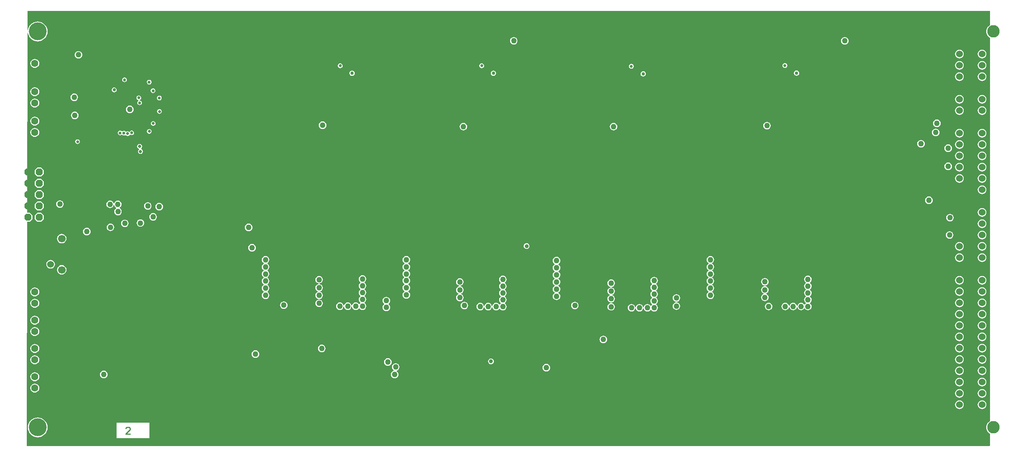
<source format=gbr>
G04 Layer_Physical_Order=2*
G04 Layer_Color=36540*
%FSLAX45Y45*%
%MOMM*%
%TF.FileFunction,Copper,L2,Inr,Signal*%
%TF.Part,Single*%
G01*
G75*
%TA.AperFunction,NonConductor*%
%ADD62C,0.25400*%
%TA.AperFunction,ViaPad*%
%ADD63C,4.00000*%
%ADD64C,1.52400*%
%TA.AperFunction,ComponentPad*%
%ADD65C,2.80000*%
%ADD66C,1.52400*%
G04:AMPARAMS|DCode=67|XSize=1.5748mm|YSize=1.5748mm|CornerRadius=0mm|HoleSize=0mm|Usage=FLASHONLY|Rotation=90.000|XOffset=0mm|YOffset=0mm|HoleType=Round|Shape=Octagon|*
%AMOCTAGOND67*
4,1,8,0.39370,0.78740,-0.39370,0.78740,-0.78740,0.39370,-0.78740,-0.39370,-0.39370,-0.78740,0.39370,-0.78740,0.78740,-0.39370,0.78740,0.39370,0.39370,0.78740,0.0*
%
%ADD67OCTAGOND67*%

%ADD68C,1.60000*%
%ADD69C,1.70000*%
%TA.AperFunction,ViaPad*%
%ADD70C,0.90000*%
%ADD71C,1.27000*%
%ADD72C,0.76200*%
%ADD73C,0.67200*%
%ADD74C,0.63500*%
%ADD75C,0.70000*%
%ADD76C,0.95000*%
G36*
X23931000Y10588783D02*
X23924593Y10586129D01*
X23922375Y10584648D01*
X23919981Y10583468D01*
X23913884Y10578788D01*
X23913680Y10578679D01*
X23912784Y10577944D01*
X23890736Y10561027D01*
X23888979Y10559022D01*
X23886974Y10557263D01*
X23870058Y10535219D01*
X23869321Y10534321D01*
X23869211Y10534116D01*
X23864532Y10528018D01*
X23863353Y10525626D01*
X23861870Y10523407D01*
X23856302Y10509965D01*
X23854465Y10506526D01*
X23853333Y10502794D01*
X23847765Y10489351D01*
X23847243Y10486734D01*
X23846387Y10484209D01*
X23845383Y10476590D01*
X23845316Y10476365D01*
X23845201Y10475204D01*
X23841576Y10447662D01*
X23841663Y10446319D01*
X23841400Y10445000D01*
X23841663Y10443680D01*
X23841576Y10442338D01*
X23845201Y10414796D01*
X23845316Y10413634D01*
X23845383Y10413410D01*
X23846387Y10405791D01*
X23847243Y10403265D01*
X23847765Y10400649D01*
X23853333Y10387206D01*
X23854465Y10383474D01*
X23856302Y10380035D01*
X23861870Y10366592D01*
X23863351Y10364374D01*
X23864532Y10361982D01*
X23869211Y10355884D01*
X23869321Y10355679D01*
X23870058Y10354781D01*
X23886974Y10332737D01*
X23888979Y10330978D01*
X23890736Y10328973D01*
X23912784Y10312055D01*
X23913680Y10311321D01*
X23913884Y10311212D01*
X23919981Y10306532D01*
X23922374Y10305352D01*
X23924593Y10303870D01*
X23931000Y10301216D01*
Y1698783D01*
X23924593Y1696129D01*
X23922375Y1694648D01*
X23919981Y1693468D01*
X23913884Y1688788D01*
X23913680Y1688679D01*
X23912784Y1687944D01*
X23890736Y1671027D01*
X23888979Y1669022D01*
X23886974Y1667263D01*
X23870058Y1645219D01*
X23869321Y1644321D01*
X23869211Y1644116D01*
X23864532Y1638018D01*
X23863353Y1635626D01*
X23861870Y1633407D01*
X23856302Y1619965D01*
X23854465Y1616526D01*
X23853333Y1612794D01*
X23847765Y1599351D01*
X23847243Y1596734D01*
X23846387Y1594209D01*
X23845383Y1586590D01*
X23845316Y1586365D01*
X23845201Y1585204D01*
X23841576Y1557662D01*
X23841663Y1556319D01*
X23841400Y1555000D01*
X23841663Y1553680D01*
X23841576Y1552338D01*
X23845201Y1524796D01*
X23845316Y1523634D01*
X23845383Y1523410D01*
X23846387Y1515791D01*
X23847243Y1513265D01*
X23847765Y1510649D01*
X23853333Y1497206D01*
X23854465Y1493474D01*
X23856302Y1490035D01*
X23861870Y1476592D01*
X23863351Y1474374D01*
X23864532Y1471982D01*
X23869211Y1465884D01*
X23869321Y1465679D01*
X23870058Y1464781D01*
X23886974Y1442737D01*
X23888979Y1440978D01*
X23890736Y1438973D01*
X23912784Y1422055D01*
X23913680Y1421321D01*
X23913884Y1421212D01*
X23919981Y1416532D01*
X23922374Y1415352D01*
X23924593Y1413870D01*
X23931000Y1411216D01*
Y1149000D01*
X23916000Y1134000D01*
X2321987D01*
X2313013Y1142987D01*
X2320221Y6174668D01*
X2376171D01*
X2383974Y6176220D01*
X2390590Y6180641D01*
X2429960Y6220011D01*
X2434380Y6226626D01*
X2435933Y6234430D01*
Y6313170D01*
X2434380Y6320974D01*
X2429960Y6327589D01*
X2390590Y6366959D01*
X2383974Y6371380D01*
X2376171Y6372932D01*
X2329492D01*
X2320518Y6381919D01*
X2326293Y10412731D01*
X2338994Y10413346D01*
X2340183Y10401273D01*
X2352763Y10359802D01*
X2373192Y10321583D01*
X2400684Y10288084D01*
X2434183Y10260592D01*
X2472402Y10240163D01*
X2513873Y10227583D01*
X2557000Y10223336D01*
X2600127Y10227583D01*
X2641598Y10240163D01*
X2679817Y10260592D01*
X2713316Y10288084D01*
X2740808Y10321583D01*
X2761237Y10359802D01*
X2773817Y10401273D01*
X2778064Y10444400D01*
X2773817Y10487527D01*
X2761237Y10528998D01*
X2740808Y10567217D01*
X2713316Y10600716D01*
X2679817Y10628208D01*
X2641598Y10648637D01*
X2600127Y10661217D01*
X2557000Y10665464D01*
X2513873Y10661217D01*
X2472402Y10648637D01*
X2434183Y10628208D01*
X2400684Y10600716D01*
X2373192Y10567217D01*
X2352763Y10528998D01*
X2340183Y10487527D01*
X2339084Y10476370D01*
X2326385Y10477003D01*
X2327000Y10906000D01*
X23931000D01*
Y10588783D01*
D02*
G37*
%LPC*%
G36*
X12030000Y4904221D02*
X12008202Y4901351D01*
X11987890Y4892937D01*
X11970447Y4879553D01*
X11957063Y4862110D01*
X11948649Y4841798D01*
X11945780Y4820000D01*
X11948649Y4798202D01*
X11957063Y4777890D01*
X11970447Y4760447D01*
X11987890Y4747063D01*
X12008202Y4738649D01*
X12022216Y4736804D01*
X12025249Y4736405D01*
Y4723596D01*
X12022216Y4723196D01*
X12008202Y4721351D01*
X11987890Y4712937D01*
X11970447Y4699553D01*
X11957063Y4682111D01*
X11948649Y4661798D01*
X11945780Y4640000D01*
X11948649Y4618202D01*
X11957063Y4597890D01*
X11970447Y4580447D01*
X11987890Y4567063D01*
X12000419Y4561873D01*
Y4548127D01*
X11987890Y4542937D01*
X11970447Y4529553D01*
X11957063Y4512110D01*
X11948649Y4491798D01*
X11945780Y4470000D01*
X11948649Y4448202D01*
X11957063Y4427890D01*
X11970447Y4410447D01*
X11987890Y4397063D01*
X12008202Y4388649D01*
X12030000Y4385779D01*
X12051798Y4388649D01*
X12072110Y4397063D01*
X12089553Y4410447D01*
X12102937Y4427890D01*
X12111351Y4448202D01*
X12114221Y4470000D01*
X12111351Y4491798D01*
X12102937Y4512110D01*
X12089553Y4529553D01*
X12072110Y4542937D01*
X12059581Y4548127D01*
Y4561873D01*
X12072110Y4567063D01*
X12089553Y4580447D01*
X12102937Y4597890D01*
X12111351Y4618202D01*
X12114221Y4640000D01*
X12111351Y4661798D01*
X12102937Y4682111D01*
X12089553Y4699553D01*
X12072110Y4712937D01*
X12051798Y4721351D01*
X12037784Y4723196D01*
X12034751Y4723596D01*
Y4736405D01*
X12037784Y4736804D01*
X12051798Y4738649D01*
X12072110Y4747063D01*
X12089553Y4760447D01*
X12102937Y4777890D01*
X12111351Y4798202D01*
X12114221Y4820000D01*
X12111351Y4841798D01*
X12102937Y4862110D01*
X12089553Y4879553D01*
X12072110Y4892937D01*
X12051798Y4901351D01*
X12030000Y4904221D01*
D02*
G37*
G36*
X18875200Y4907420D02*
X18853403Y4904551D01*
X18833090Y4896137D01*
X18815646Y4882753D01*
X18802263Y4865310D01*
X18793849Y4844998D01*
X18790979Y4823200D01*
X18793849Y4801402D01*
X18802263Y4781090D01*
X18815646Y4763647D01*
X18833090Y4750263D01*
X18853403Y4741849D01*
X18867416Y4740004D01*
X18870448Y4739604D01*
Y4726795D01*
X18867416Y4726396D01*
X18853403Y4724551D01*
X18833090Y4716137D01*
X18815646Y4702753D01*
X18802263Y4685310D01*
X18793849Y4664998D01*
X18790979Y4643200D01*
X18793849Y4621402D01*
X18802263Y4601090D01*
X18815646Y4583647D01*
X18833090Y4570263D01*
X18845619Y4565073D01*
Y4551327D01*
X18833090Y4546137D01*
X18815646Y4532753D01*
X18802263Y4515310D01*
X18793849Y4494998D01*
X18790979Y4473200D01*
X18793849Y4451402D01*
X18802263Y4431089D01*
X18815646Y4413647D01*
X18833090Y4400263D01*
X18853403Y4391849D01*
X18875200Y4388979D01*
X18896999Y4391849D01*
X18917310Y4400263D01*
X18934753Y4413647D01*
X18948137Y4431089D01*
X18956551Y4451402D01*
X18959421Y4473200D01*
X18956551Y4494998D01*
X18948137Y4515310D01*
X18934753Y4532753D01*
X18917310Y4546137D01*
X18904781Y4551327D01*
Y4565073D01*
X18917310Y4570263D01*
X18934753Y4583647D01*
X18948137Y4601090D01*
X18956551Y4621402D01*
X18959421Y4643200D01*
X18956551Y4664998D01*
X18948137Y4685310D01*
X18934753Y4702753D01*
X18917310Y4716137D01*
X18896999Y4724551D01*
X18882983Y4726396D01*
X18879951Y4726795D01*
Y4739604D01*
X18882983Y4740004D01*
X18896999Y4741849D01*
X18917310Y4750263D01*
X18934753Y4763647D01*
X18948137Y4781090D01*
X18956551Y4801402D01*
X18959421Y4823200D01*
X18956551Y4844998D01*
X18948137Y4865310D01*
X18934753Y4882753D01*
X18917310Y4896137D01*
X18896999Y4904551D01*
X18875200Y4907420D01*
D02*
G37*
G36*
X19839999Y4964220D02*
X19818202Y4961351D01*
X19797890Y4952937D01*
X19780447Y4939553D01*
X19767062Y4922110D01*
X19758649Y4901798D01*
X19755779Y4880000D01*
X19758649Y4858202D01*
X19767062Y4837890D01*
X19780447Y4820447D01*
X19792194Y4811434D01*
X19792461Y4810924D01*
Y4796676D01*
X19792194Y4796166D01*
X19780447Y4787153D01*
X19767062Y4769710D01*
X19758649Y4749398D01*
X19755779Y4727600D01*
X19758649Y4705802D01*
X19767062Y4685490D01*
X19780447Y4668047D01*
X19792194Y4659034D01*
X19792461Y4658524D01*
Y4644276D01*
X19792194Y4643766D01*
X19780447Y4634753D01*
X19767062Y4617310D01*
X19758649Y4596998D01*
X19755779Y4575200D01*
X19758649Y4553402D01*
X19767062Y4533090D01*
X19780447Y4515647D01*
X19792194Y4506634D01*
X19792461Y4506124D01*
Y4491876D01*
X19792194Y4491366D01*
X19780447Y4482353D01*
X19767062Y4464910D01*
X19758649Y4444598D01*
X19755779Y4422800D01*
X19758649Y4401002D01*
X19767062Y4380690D01*
X19780447Y4363247D01*
X19792194Y4354234D01*
X19792461Y4353724D01*
Y4339476D01*
X19792194Y4338966D01*
X19780447Y4329953D01*
X19771434Y4318207D01*
X19770924Y4317940D01*
X19756676D01*
X19756166Y4318207D01*
X19747153Y4329953D01*
X19729710Y4343337D01*
X19709398Y4351751D01*
X19687601Y4354620D01*
X19665802Y4351751D01*
X19645490Y4343337D01*
X19628047Y4329953D01*
X19614664Y4312510D01*
X19606248Y4292198D01*
X19605106Y4283506D01*
X19592294D01*
X19591151Y4292198D01*
X19582738Y4312510D01*
X19569353Y4329953D01*
X19551910Y4343337D01*
X19531598Y4351751D01*
X19509801Y4354620D01*
X19488002Y4351751D01*
X19467690Y4343337D01*
X19450247Y4329953D01*
X19436864Y4312510D01*
X19428448Y4292198D01*
X19427306Y4283506D01*
X19414494D01*
X19413351Y4292198D01*
X19404938Y4312510D01*
X19391553Y4329953D01*
X19374110Y4343337D01*
X19353798Y4351751D01*
X19332001Y4354620D01*
X19310202Y4351751D01*
X19289890Y4343337D01*
X19272447Y4329953D01*
X19259064Y4312510D01*
X19250648Y4292198D01*
X19247778Y4270400D01*
X19250648Y4248602D01*
X19259064Y4228290D01*
X19272447Y4210847D01*
X19289890Y4197463D01*
X19310202Y4189049D01*
X19332001Y4186179D01*
X19353798Y4189049D01*
X19374110Y4197463D01*
X19391553Y4210847D01*
X19404938Y4228290D01*
X19413351Y4248602D01*
X19414494Y4257294D01*
X19427306D01*
X19428448Y4248602D01*
X19436864Y4228290D01*
X19450247Y4210847D01*
X19467690Y4197463D01*
X19488002Y4189049D01*
X19509801Y4186179D01*
X19531598Y4189049D01*
X19551910Y4197463D01*
X19569353Y4210847D01*
X19582738Y4228290D01*
X19591151Y4248602D01*
X19592294Y4257294D01*
X19605106D01*
X19606248Y4248602D01*
X19614664Y4228290D01*
X19628047Y4210847D01*
X19645490Y4197463D01*
X19665802Y4189049D01*
X19687601Y4186179D01*
X19709398Y4189049D01*
X19729710Y4197463D01*
X19747153Y4210847D01*
X19756166Y4222593D01*
X19756676Y4222860D01*
X19770924D01*
X19771434Y4222593D01*
X19780447Y4210847D01*
X19797890Y4197463D01*
X19818202Y4189049D01*
X19839999Y4186179D01*
X19861798Y4189049D01*
X19882111Y4197463D01*
X19899553Y4210847D01*
X19912936Y4228290D01*
X19921352Y4248602D01*
X19924220Y4270400D01*
X19921352Y4292198D01*
X19912936Y4312510D01*
X19899553Y4329953D01*
X19887807Y4338966D01*
X19887540Y4339476D01*
Y4353724D01*
X19887807Y4354234D01*
X19899553Y4363247D01*
X19912936Y4380690D01*
X19921352Y4401002D01*
X19924220Y4422800D01*
X19921352Y4444598D01*
X19912936Y4464910D01*
X19899553Y4482353D01*
X19887807Y4491366D01*
X19887540Y4491876D01*
Y4506124D01*
X19887807Y4506634D01*
X19899553Y4515647D01*
X19912936Y4533090D01*
X19921352Y4553402D01*
X19924220Y4575200D01*
X19921352Y4596998D01*
X19912936Y4617310D01*
X19899553Y4634753D01*
X19887807Y4643766D01*
X19887540Y4644276D01*
Y4658524D01*
X19887807Y4659034D01*
X19899553Y4668047D01*
X19912936Y4685490D01*
X19921352Y4705802D01*
X19924220Y4727600D01*
X19921352Y4749398D01*
X19912936Y4769710D01*
X19899553Y4787153D01*
X19887807Y4796166D01*
X19887540Y4796676D01*
Y4810924D01*
X19887807Y4811434D01*
X19899553Y4820447D01*
X19912936Y4837890D01*
X19921352Y4858202D01*
X19924220Y4880000D01*
X19921352Y4901798D01*
X19912936Y4922110D01*
X19899553Y4939553D01*
X19882111Y4952937D01*
X19861798Y4961351D01*
X19839999Y4964220D01*
D02*
G37*
G36*
X9844800Y4971021D02*
X9823002Y4968151D01*
X9802690Y4959737D01*
X9785247Y4946353D01*
X9771863Y4928910D01*
X9763449Y4908598D01*
X9760579Y4886800D01*
X9763449Y4865002D01*
X9771863Y4844690D01*
X9785247Y4827247D01*
X9796993Y4818234D01*
X9797260Y4817724D01*
Y4803476D01*
X9796993Y4802966D01*
X9785247Y4793953D01*
X9771863Y4776510D01*
X9763449Y4756198D01*
X9760579Y4734400D01*
X9763449Y4712602D01*
X9771863Y4692290D01*
X9785247Y4674847D01*
X9796993Y4665834D01*
X9797260Y4665324D01*
Y4651076D01*
X9796993Y4650566D01*
X9785247Y4641553D01*
X9771863Y4624110D01*
X9763449Y4603798D01*
X9760579Y4582000D01*
X9763449Y4560202D01*
X9771863Y4539890D01*
X9785247Y4522447D01*
X9796993Y4513434D01*
X9797260Y4512924D01*
Y4498676D01*
X9796993Y4498166D01*
X9785247Y4489153D01*
X9771863Y4471710D01*
X9763449Y4451398D01*
X9760579Y4429600D01*
X9763449Y4407802D01*
X9771863Y4387490D01*
X9785247Y4370047D01*
X9796993Y4361034D01*
X9797260Y4360524D01*
Y4346276D01*
X9796993Y4345766D01*
X9785247Y4336753D01*
X9776234Y4325007D01*
X9775724Y4324740D01*
X9761476D01*
X9760966Y4325007D01*
X9751953Y4336753D01*
X9734510Y4350137D01*
X9714198Y4358551D01*
X9692400Y4361421D01*
X9670602Y4358551D01*
X9650290Y4350137D01*
X9632847Y4336753D01*
X9619463Y4319310D01*
X9611049Y4298998D01*
X9609905Y4290306D01*
X9597095D01*
X9595951Y4298998D01*
X9587537Y4319310D01*
X9574153Y4336753D01*
X9556710Y4350137D01*
X9536398Y4358551D01*
X9514600Y4361421D01*
X9492802Y4358551D01*
X9472490Y4350137D01*
X9455047Y4336753D01*
X9441663Y4319310D01*
X9433249Y4298998D01*
X9432105Y4290306D01*
X9419295D01*
X9418151Y4298998D01*
X9409737Y4319310D01*
X9396353Y4336753D01*
X9378910Y4350137D01*
X9358598Y4358551D01*
X9336800Y4361421D01*
X9315002Y4358551D01*
X9294690Y4350137D01*
X9277247Y4336753D01*
X9263863Y4319310D01*
X9255449Y4298998D01*
X9252579Y4277200D01*
X9255449Y4255402D01*
X9263863Y4235090D01*
X9277247Y4217647D01*
X9294690Y4204263D01*
X9315002Y4195849D01*
X9336800Y4192979D01*
X9358598Y4195849D01*
X9378910Y4204263D01*
X9396353Y4217647D01*
X9409737Y4235090D01*
X9418151Y4255402D01*
X9419295Y4264094D01*
X9432105D01*
X9433249Y4255402D01*
X9441663Y4235090D01*
X9455047Y4217647D01*
X9472490Y4204263D01*
X9492802Y4195849D01*
X9514600Y4192979D01*
X9536398Y4195849D01*
X9556710Y4204263D01*
X9574153Y4217647D01*
X9587537Y4235090D01*
X9595951Y4255402D01*
X9597095Y4264094D01*
X9609905D01*
X9611049Y4255402D01*
X9619463Y4235090D01*
X9632847Y4217647D01*
X9650290Y4204263D01*
X9670602Y4195849D01*
X9692400Y4192979D01*
X9714198Y4195849D01*
X9734510Y4204263D01*
X9751953Y4217647D01*
X9760966Y4229393D01*
X9761476Y4229660D01*
X9775724D01*
X9776234Y4229393D01*
X9785247Y4217647D01*
X9802690Y4204263D01*
X9823002Y4195849D01*
X9844800Y4192979D01*
X9866598Y4195849D01*
X9886910Y4204263D01*
X9904353Y4217647D01*
X9917737Y4235090D01*
X9926151Y4255402D01*
X9929021Y4277200D01*
X9926151Y4298998D01*
X9917737Y4319310D01*
X9904353Y4336753D01*
X9892607Y4345766D01*
X9892340Y4346276D01*
Y4360524D01*
X9892607Y4361034D01*
X9904353Y4370047D01*
X9917737Y4387490D01*
X9926151Y4407802D01*
X9929021Y4429600D01*
X9926151Y4451398D01*
X9917737Y4471710D01*
X9904353Y4489153D01*
X9892607Y4498166D01*
X9892340Y4498676D01*
Y4512924D01*
X9892607Y4513434D01*
X9904353Y4522447D01*
X9917737Y4539890D01*
X9926151Y4560202D01*
X9929021Y4582000D01*
X9926151Y4603798D01*
X9917737Y4624110D01*
X9904353Y4641553D01*
X9892607Y4650566D01*
X9892340Y4651076D01*
Y4665324D01*
X9892607Y4665834D01*
X9904353Y4674847D01*
X9917737Y4692290D01*
X9926151Y4712602D01*
X9929021Y4734400D01*
X9926151Y4756198D01*
X9917737Y4776510D01*
X9904353Y4793953D01*
X9892607Y4802966D01*
X9892340Y4803476D01*
Y4817724D01*
X9892607Y4818234D01*
X9904353Y4827247D01*
X9917737Y4844690D01*
X9926151Y4865002D01*
X9929021Y4886800D01*
X9926151Y4908598D01*
X9917737Y4928910D01*
X9904353Y4946353D01*
X9886910Y4959737D01*
X9866598Y4968151D01*
X9844800Y4971021D01*
D02*
G37*
G36*
X14200000Y5384221D02*
X14178201Y5381351D01*
X14157890Y5372937D01*
X14140446Y5359553D01*
X14127063Y5342110D01*
X14118649Y5321798D01*
X14115779Y5300000D01*
X14118649Y5278202D01*
X14127063Y5257890D01*
X14140446Y5240447D01*
X14157890Y5227063D01*
X14159612Y5226350D01*
Y5213650D01*
X14157890Y5212937D01*
X14140446Y5199553D01*
X14127063Y5182111D01*
X14118649Y5161798D01*
X14115779Y5140000D01*
X14118649Y5118202D01*
X14127063Y5097890D01*
X14140446Y5080447D01*
X14157890Y5067063D01*
X14159612Y5066350D01*
Y5053650D01*
X14157890Y5052937D01*
X14140446Y5039553D01*
X14127063Y5022110D01*
X14118649Y5001798D01*
X14115779Y4980000D01*
X14118649Y4958202D01*
X14127063Y4937890D01*
X14140446Y4920447D01*
X14157890Y4907063D01*
X14159612Y4906350D01*
Y4893650D01*
X14157890Y4892937D01*
X14140446Y4879553D01*
X14127063Y4862110D01*
X14118649Y4841798D01*
X14115779Y4820000D01*
X14118649Y4798202D01*
X14127063Y4777890D01*
X14140446Y4760447D01*
X14157890Y4747063D01*
X14159612Y4746350D01*
Y4733650D01*
X14157890Y4732937D01*
X14140446Y4719553D01*
X14127063Y4702110D01*
X14118649Y4681798D01*
X14115779Y4660000D01*
X14118649Y4638202D01*
X14127063Y4617890D01*
X14140446Y4600447D01*
X14157890Y4587063D01*
X14159612Y4586350D01*
Y4573650D01*
X14157890Y4572937D01*
X14140446Y4559553D01*
X14127063Y4542110D01*
X14118649Y4521798D01*
X14115779Y4500000D01*
X14118649Y4478202D01*
X14127063Y4457890D01*
X14140446Y4440447D01*
X14157890Y4427063D01*
X14178201Y4418649D01*
X14200000Y4415780D01*
X14221799Y4418649D01*
X14242110Y4427063D01*
X14259554Y4440447D01*
X14272937Y4457890D01*
X14281351Y4478202D01*
X14284221Y4500000D01*
X14281351Y4521798D01*
X14272937Y4542110D01*
X14259554Y4559553D01*
X14242110Y4572937D01*
X14240388Y4573650D01*
Y4586350D01*
X14242110Y4587063D01*
X14259554Y4600447D01*
X14272937Y4617890D01*
X14281351Y4638202D01*
X14284221Y4660000D01*
X14281351Y4681798D01*
X14272937Y4702110D01*
X14259554Y4719553D01*
X14242110Y4732937D01*
X14240388Y4733650D01*
Y4746350D01*
X14242110Y4747063D01*
X14259554Y4760447D01*
X14272937Y4777890D01*
X14281351Y4798202D01*
X14284221Y4820000D01*
X14281351Y4841798D01*
X14272937Y4862110D01*
X14259554Y4879553D01*
X14242110Y4892937D01*
X14240388Y4893650D01*
Y4906350D01*
X14242110Y4907063D01*
X14259554Y4920447D01*
X14272937Y4937890D01*
X14281351Y4958202D01*
X14284221Y4980000D01*
X14281351Y5001798D01*
X14272937Y5022110D01*
X14259554Y5039553D01*
X14242110Y5052937D01*
X14240388Y5053650D01*
Y5066350D01*
X14242110Y5067063D01*
X14259554Y5080447D01*
X14272937Y5097890D01*
X14281351Y5118202D01*
X14284221Y5140000D01*
X14281351Y5161798D01*
X14272937Y5182111D01*
X14259554Y5199553D01*
X14242110Y5212937D01*
X14240388Y5213650D01*
Y5226350D01*
X14242110Y5227063D01*
X14259554Y5240447D01*
X14272937Y5257890D01*
X14281351Y5278202D01*
X14284221Y5300000D01*
X14281351Y5321798D01*
X14272937Y5342110D01*
X14259554Y5359553D01*
X14242110Y5372937D01*
X14221799Y5381351D01*
X14200000Y5384221D01*
D02*
G37*
G36*
X10830000Y5404221D02*
X10808202Y5401351D01*
X10787890Y5392937D01*
X10770447Y5379553D01*
X10757063Y5362110D01*
X10748649Y5341798D01*
X10745779Y5320000D01*
X10748649Y5298202D01*
X10757063Y5277890D01*
X10770447Y5260447D01*
X10787890Y5247063D01*
X10789610Y5246350D01*
Y5233650D01*
X10787890Y5232937D01*
X10770447Y5219553D01*
X10757063Y5202110D01*
X10748649Y5181798D01*
X10745779Y5160000D01*
X10748649Y5138202D01*
X10757063Y5117890D01*
X10770447Y5100447D01*
X10787890Y5087063D01*
X10789611Y5086350D01*
Y5073650D01*
X10787890Y5072937D01*
X10770447Y5059553D01*
X10757063Y5042110D01*
X10748649Y5021798D01*
X10745779Y5000000D01*
X10748649Y4978202D01*
X10757063Y4957889D01*
X10770447Y4940447D01*
X10780147Y4933004D01*
Y4916996D01*
X10770447Y4909553D01*
X10757063Y4892110D01*
X10748649Y4871798D01*
X10745779Y4850000D01*
X10748649Y4828202D01*
X10757063Y4807890D01*
X10770447Y4790447D01*
X10787890Y4777063D01*
X10789610Y4776350D01*
Y4763650D01*
X10787890Y4762937D01*
X10770447Y4749553D01*
X10757063Y4732110D01*
X10748649Y4711798D01*
X10745779Y4690000D01*
X10748649Y4668202D01*
X10757063Y4647890D01*
X10770447Y4630447D01*
X10787890Y4617063D01*
X10789610Y4616350D01*
Y4603650D01*
X10787890Y4602937D01*
X10770447Y4589553D01*
X10757063Y4572110D01*
X10748649Y4551798D01*
X10745779Y4530000D01*
X10748649Y4508202D01*
X10757063Y4487890D01*
X10770447Y4470447D01*
X10787890Y4457063D01*
X10808202Y4448649D01*
X10830000Y4445780D01*
X10851798Y4448649D01*
X10872110Y4457063D01*
X10889553Y4470447D01*
X10902937Y4487890D01*
X10911351Y4508202D01*
X10914220Y4530000D01*
X10911351Y4551798D01*
X10902937Y4572110D01*
X10889553Y4589553D01*
X10872110Y4602937D01*
X10870389Y4603650D01*
Y4616350D01*
X10872110Y4617063D01*
X10889553Y4630447D01*
X10902937Y4647890D01*
X10911351Y4668202D01*
X10914220Y4690000D01*
X10911351Y4711798D01*
X10902937Y4732110D01*
X10889553Y4749553D01*
X10872110Y4762937D01*
X10870389Y4763650D01*
Y4776350D01*
X10872110Y4777063D01*
X10889553Y4790447D01*
X10902937Y4807890D01*
X10911351Y4828202D01*
X10914220Y4850000D01*
X10911351Y4871798D01*
X10902937Y4892110D01*
X10889553Y4909553D01*
X10879853Y4916996D01*
Y4933004D01*
X10889553Y4940447D01*
X10902937Y4957889D01*
X10911351Y4978202D01*
X10914220Y5000000D01*
X10911351Y5021798D01*
X10902937Y5042110D01*
X10889553Y5059553D01*
X10872110Y5072937D01*
X10870389Y5073650D01*
Y5086350D01*
X10872110Y5087063D01*
X10889553Y5100447D01*
X10902937Y5117890D01*
X10911351Y5138202D01*
X10914220Y5160000D01*
X10911351Y5181798D01*
X10902937Y5202110D01*
X10889553Y5219553D01*
X10872110Y5232937D01*
X10870389Y5233650D01*
Y5246350D01*
X10872110Y5247063D01*
X10889553Y5260447D01*
X10902937Y5277890D01*
X10911351Y5298202D01*
X10914220Y5320000D01*
X10911351Y5341798D01*
X10902937Y5362110D01*
X10889553Y5379553D01*
X10872110Y5392937D01*
X10851798Y5401351D01*
X10830000Y5404221D01*
D02*
G37*
G36*
X2492400Y4698263D02*
X2466295Y4694826D01*
X2441969Y4684750D01*
X2421079Y4668721D01*
X2405050Y4647831D01*
X2394974Y4623505D01*
X2391537Y4597400D01*
X2394974Y4571295D01*
X2405050Y4546969D01*
X2421079Y4526079D01*
X2441969Y4510050D01*
X2466295Y4499974D01*
X2492400Y4496537D01*
X2518505Y4499974D01*
X2542831Y4510050D01*
X2563721Y4526079D01*
X2579749Y4546969D01*
X2589826Y4571295D01*
X2593263Y4597400D01*
X2589826Y4623505D01*
X2579749Y4647831D01*
X2563721Y4668721D01*
X2542831Y4684750D01*
X2518505Y4694826D01*
X2492400Y4698263D01*
D02*
G37*
G36*
X7670000Y5404221D02*
X7648202Y5401351D01*
X7627890Y5392937D01*
X7610447Y5379553D01*
X7597063Y5362110D01*
X7588649Y5341798D01*
X7585779Y5320000D01*
X7588649Y5298202D01*
X7597063Y5277890D01*
X7610447Y5260447D01*
X7627890Y5247063D01*
X7629611Y5246350D01*
Y5233650D01*
X7627890Y5232937D01*
X7610447Y5219553D01*
X7597063Y5202110D01*
X7588649Y5181798D01*
X7585779Y5160000D01*
X7588649Y5138202D01*
X7597063Y5117890D01*
X7610447Y5100447D01*
X7627890Y5087063D01*
X7629611Y5086350D01*
Y5073650D01*
X7627890Y5072937D01*
X7610447Y5059553D01*
X7597063Y5042110D01*
X7588649Y5021798D01*
X7585779Y5000000D01*
X7588649Y4978202D01*
X7597063Y4957889D01*
X7610447Y4940447D01*
X7627890Y4927063D01*
X7629611Y4926350D01*
Y4913650D01*
X7627890Y4912937D01*
X7610447Y4899553D01*
X7597063Y4882110D01*
X7588649Y4861798D01*
X7585779Y4840000D01*
X7588649Y4818202D01*
X7597063Y4797890D01*
X7610447Y4780447D01*
X7627890Y4767063D01*
X7629611Y4766350D01*
Y4753650D01*
X7627890Y4752937D01*
X7610447Y4739553D01*
X7597063Y4722110D01*
X7588649Y4701798D01*
X7585779Y4680000D01*
X7588649Y4658202D01*
X7597063Y4637890D01*
X7610447Y4620447D01*
X7627890Y4607063D01*
X7629611Y4606350D01*
Y4593650D01*
X7627890Y4592937D01*
X7610447Y4579553D01*
X7597063Y4562110D01*
X7588649Y4541798D01*
X7585779Y4520000D01*
X7588649Y4498202D01*
X7597063Y4477890D01*
X7610447Y4460447D01*
X7627890Y4447063D01*
X7648202Y4438649D01*
X7670000Y4435780D01*
X7691798Y4438649D01*
X7712110Y4447063D01*
X7729553Y4460447D01*
X7742937Y4477890D01*
X7751351Y4498202D01*
X7754220Y4520000D01*
X7751351Y4541798D01*
X7742937Y4562110D01*
X7729553Y4579553D01*
X7712110Y4592937D01*
X7710389Y4593650D01*
Y4606350D01*
X7712110Y4607063D01*
X7729553Y4620447D01*
X7742937Y4637890D01*
X7751351Y4658202D01*
X7754220Y4680000D01*
X7751351Y4701798D01*
X7742937Y4722110D01*
X7729553Y4739553D01*
X7712110Y4752937D01*
X7710389Y4753650D01*
Y4766350D01*
X7712110Y4767063D01*
X7729553Y4780447D01*
X7742937Y4797890D01*
X7751351Y4818202D01*
X7754220Y4840000D01*
X7751351Y4861798D01*
X7742937Y4882110D01*
X7729553Y4899553D01*
X7712110Y4912937D01*
X7710389Y4913650D01*
Y4926350D01*
X7712110Y4927063D01*
X7729553Y4940447D01*
X7742937Y4957889D01*
X7751351Y4978202D01*
X7754220Y5000000D01*
X7751351Y5021798D01*
X7742937Y5042110D01*
X7729553Y5059553D01*
X7712110Y5072937D01*
X7710389Y5073650D01*
Y5086350D01*
X7712110Y5087063D01*
X7729553Y5100447D01*
X7742937Y5117890D01*
X7751351Y5138202D01*
X7754220Y5160000D01*
X7751351Y5181798D01*
X7742937Y5202110D01*
X7729553Y5219553D01*
X7712110Y5232937D01*
X7710389Y5233650D01*
Y5246350D01*
X7712110Y5247063D01*
X7729553Y5260447D01*
X7742937Y5277890D01*
X7751351Y5298202D01*
X7754220Y5320000D01*
X7751351Y5341798D01*
X7742937Y5362110D01*
X7729553Y5379553D01*
X7712110Y5392937D01*
X7691798Y5401351D01*
X7670000Y5404221D01*
D02*
G37*
G36*
X17650000D02*
X17628201Y5401351D01*
X17607890Y5392937D01*
X17590446Y5379553D01*
X17577063Y5362110D01*
X17568649Y5341798D01*
X17565779Y5320000D01*
X17568649Y5298202D01*
X17577063Y5277890D01*
X17590446Y5260447D01*
X17607890Y5247063D01*
X17609610Y5246350D01*
Y5233650D01*
X17607890Y5232937D01*
X17590446Y5219553D01*
X17577063Y5202110D01*
X17568649Y5181798D01*
X17565779Y5160000D01*
X17568649Y5138202D01*
X17577063Y5117890D01*
X17590446Y5100447D01*
X17607890Y5087063D01*
X17609612Y5086350D01*
Y5073650D01*
X17607890Y5072937D01*
X17590446Y5059553D01*
X17577063Y5042110D01*
X17568649Y5021798D01*
X17565779Y5000000D01*
X17568649Y4978202D01*
X17577063Y4957889D01*
X17590446Y4940447D01*
X17607890Y4927063D01*
X17609610Y4926350D01*
Y4913650D01*
X17607890Y4912937D01*
X17590446Y4899553D01*
X17577063Y4882110D01*
X17568649Y4861798D01*
X17565779Y4840000D01*
X17568649Y4818202D01*
X17577063Y4797890D01*
X17590446Y4780447D01*
X17607890Y4767063D01*
X17609610Y4766350D01*
Y4753650D01*
X17607890Y4752937D01*
X17590446Y4739553D01*
X17577063Y4722110D01*
X17568649Y4701798D01*
X17565779Y4680000D01*
X17568649Y4658202D01*
X17577063Y4637890D01*
X17590446Y4620447D01*
X17607890Y4607063D01*
X17609610Y4606350D01*
Y4593650D01*
X17607890Y4592937D01*
X17590446Y4579553D01*
X17577063Y4562110D01*
X17568649Y4541798D01*
X17565779Y4520000D01*
X17568649Y4498202D01*
X17577063Y4477890D01*
X17590446Y4460447D01*
X17607890Y4447063D01*
X17628201Y4438649D01*
X17650000Y4435780D01*
X17671799Y4438649D01*
X17692110Y4447063D01*
X17709554Y4460447D01*
X17722937Y4477890D01*
X17731351Y4498202D01*
X17734221Y4520000D01*
X17731351Y4541798D01*
X17722937Y4562110D01*
X17709554Y4579553D01*
X17692110Y4592937D01*
X17690390Y4593650D01*
Y4606350D01*
X17692110Y4607063D01*
X17709554Y4620447D01*
X17722937Y4637890D01*
X17731351Y4658202D01*
X17734221Y4680000D01*
X17731351Y4701798D01*
X17722937Y4722110D01*
X17709554Y4739553D01*
X17692110Y4752937D01*
X17690390Y4753650D01*
Y4766350D01*
X17692110Y4767063D01*
X17709554Y4780447D01*
X17722937Y4797890D01*
X17731351Y4818202D01*
X17734221Y4840000D01*
X17731351Y4861798D01*
X17722937Y4882110D01*
X17709554Y4899553D01*
X17692110Y4912937D01*
X17690390Y4913650D01*
Y4926350D01*
X17692110Y4927063D01*
X17709554Y4940447D01*
X17722937Y4957889D01*
X17731351Y4978202D01*
X17734221Y5000000D01*
X17731351Y5021798D01*
X17722937Y5042110D01*
X17709554Y5059553D01*
X17692110Y5072937D01*
X17690388Y5073650D01*
Y5086350D01*
X17692110Y5087063D01*
X17709554Y5100447D01*
X17722937Y5117890D01*
X17731351Y5138202D01*
X17734221Y5160000D01*
X17731351Y5181798D01*
X17722937Y5202110D01*
X17709554Y5219553D01*
X17692110Y5232937D01*
X17690390Y5233650D01*
Y5246350D01*
X17692110Y5247063D01*
X17709554Y5260447D01*
X17722937Y5277890D01*
X17731351Y5298202D01*
X17734221Y5320000D01*
X17731351Y5341798D01*
X17722937Y5362110D01*
X17709554Y5379553D01*
X17692110Y5392937D01*
X17671799Y5401351D01*
X17650000Y5404221D01*
D02*
G37*
G36*
X8080000Y4384221D02*
X8058202Y4381351D01*
X8037890Y4372937D01*
X8020447Y4359553D01*
X8007063Y4342110D01*
X7998649Y4321798D01*
X7995780Y4300000D01*
X7998649Y4278202D01*
X8007063Y4257890D01*
X8020447Y4240447D01*
X8037890Y4227063D01*
X8058202Y4218649D01*
X8080000Y4215779D01*
X8101798Y4218649D01*
X8122110Y4227063D01*
X8139553Y4240447D01*
X8152937Y4257890D01*
X8161351Y4278202D01*
X8164221Y4300000D01*
X8161351Y4321798D01*
X8152937Y4342110D01*
X8139553Y4359553D01*
X8122110Y4372937D01*
X8101798Y4381351D01*
X8080000Y4384221D01*
D02*
G37*
G36*
X2492400Y4444263D02*
X2466295Y4440826D01*
X2441969Y4430750D01*
X2421079Y4414721D01*
X2405050Y4393831D01*
X2394974Y4369505D01*
X2391537Y4343400D01*
X2394974Y4317295D01*
X2405050Y4292969D01*
X2421079Y4272079D01*
X2441969Y4256050D01*
X2466295Y4245974D01*
X2492400Y4242537D01*
X2518505Y4245974D01*
X2542831Y4256050D01*
X2563721Y4272079D01*
X2579749Y4292969D01*
X2589826Y4317295D01*
X2593263Y4343400D01*
X2589826Y4369505D01*
X2579749Y4393831D01*
X2563721Y4414721D01*
X2542831Y4430750D01*
X2518505Y4440826D01*
X2492400Y4444263D01*
D02*
G37*
G36*
X12130000Y4374221D02*
X12108202Y4371351D01*
X12087890Y4362937D01*
X12070447Y4349553D01*
X12057063Y4332110D01*
X12048649Y4311798D01*
X12045780Y4290000D01*
X12048649Y4268202D01*
X12057063Y4247890D01*
X12070447Y4230447D01*
X12087890Y4217063D01*
X12108202Y4208649D01*
X12130000Y4205779D01*
X12151798Y4208649D01*
X12172110Y4217063D01*
X12189553Y4230447D01*
X12202937Y4247890D01*
X12211351Y4268202D01*
X12214221Y4290000D01*
X12211351Y4311798D01*
X12202937Y4332110D01*
X12189553Y4349553D01*
X12172110Y4362937D01*
X12151798Y4371351D01*
X12130000Y4374221D01*
D02*
G37*
G36*
X14610001D02*
X14588202Y4371351D01*
X14567889Y4362937D01*
X14550447Y4349553D01*
X14537064Y4332110D01*
X14528648Y4311798D01*
X14525780Y4290000D01*
X14528648Y4268202D01*
X14537064Y4247890D01*
X14550447Y4230447D01*
X14567889Y4217063D01*
X14588202Y4208649D01*
X14610001Y4205779D01*
X14631798Y4208649D01*
X14652110Y4217063D01*
X14669553Y4230447D01*
X14682938Y4247890D01*
X14691351Y4268202D01*
X14694221Y4290000D01*
X14691351Y4311798D01*
X14682938Y4332110D01*
X14669553Y4349553D01*
X14652110Y4362937D01*
X14631798Y4371351D01*
X14610001Y4374221D01*
D02*
G37*
G36*
X23241000Y4446030D02*
X23215887Y4442724D01*
X23192485Y4433031D01*
X23172391Y4417610D01*
X23156969Y4397515D01*
X23147276Y4374113D01*
X23143970Y4349000D01*
X23147276Y4323887D01*
X23156969Y4300485D01*
X23172391Y4280389D01*
X23192485Y4264969D01*
X23215887Y4255276D01*
X23241000Y4251970D01*
X23266113Y4255276D01*
X23289516Y4264969D01*
X23309610Y4280389D01*
X23325031Y4300485D01*
X23334724Y4323887D01*
X23338029Y4349000D01*
X23334724Y4374113D01*
X23325031Y4397515D01*
X23309610Y4417610D01*
X23289516Y4433031D01*
X23266113Y4442724D01*
X23241000Y4446030D01*
D02*
G37*
G36*
X16389999Y4934221D02*
X16368202Y4931351D01*
X16347890Y4922937D01*
X16330447Y4909553D01*
X16317062Y4892110D01*
X16308649Y4871798D01*
X16305779Y4850000D01*
X16308649Y4828202D01*
X16317062Y4807890D01*
X16330447Y4790447D01*
X16342194Y4781434D01*
X16342461Y4780924D01*
Y4766676D01*
X16342194Y4766166D01*
X16330447Y4757153D01*
X16317062Y4739710D01*
X16308649Y4719398D01*
X16305779Y4697600D01*
X16308649Y4675802D01*
X16317062Y4655490D01*
X16330447Y4638047D01*
X16342194Y4629034D01*
X16342461Y4628524D01*
Y4614276D01*
X16342194Y4613766D01*
X16330447Y4604753D01*
X16317062Y4587310D01*
X16308649Y4566998D01*
X16305779Y4545200D01*
X16308649Y4523402D01*
X16317062Y4503090D01*
X16330447Y4485647D01*
X16342194Y4476634D01*
X16342461Y4476124D01*
Y4461876D01*
X16342194Y4461366D01*
X16330447Y4452353D01*
X16317062Y4434910D01*
X16308649Y4414598D01*
X16305779Y4392800D01*
X16308649Y4371002D01*
X16317062Y4350690D01*
X16330447Y4333247D01*
X16342194Y4324234D01*
X16342461Y4323724D01*
Y4309476D01*
X16342194Y4308966D01*
X16330447Y4299953D01*
X16321434Y4288207D01*
X16320924Y4287940D01*
X16306676D01*
X16306166Y4288207D01*
X16297153Y4299953D01*
X16279710Y4313337D01*
X16259398Y4321751D01*
X16237601Y4324621D01*
X16215802Y4321751D01*
X16195490Y4313337D01*
X16178047Y4299953D01*
X16164664Y4282510D01*
X16156248Y4262198D01*
X16155106Y4253506D01*
X16142294D01*
X16141151Y4262198D01*
X16132738Y4282510D01*
X16119353Y4299953D01*
X16101910Y4313337D01*
X16081598Y4321751D01*
X16059801Y4324621D01*
X16038002Y4321751D01*
X16017690Y4313337D01*
X16000247Y4299953D01*
X15986864Y4282510D01*
X15978448Y4262198D01*
X15977306Y4253506D01*
X15964494D01*
X15963351Y4262198D01*
X15954938Y4282510D01*
X15941553Y4299953D01*
X15924110Y4313337D01*
X15903798Y4321751D01*
X15882001Y4324621D01*
X15860202Y4321751D01*
X15839890Y4313337D01*
X15822447Y4299953D01*
X15809064Y4282510D01*
X15800648Y4262198D01*
X15797778Y4240400D01*
X15800648Y4218602D01*
X15809064Y4198290D01*
X15822447Y4180847D01*
X15839890Y4167463D01*
X15860202Y4159049D01*
X15882001Y4156179D01*
X15903798Y4159049D01*
X15924110Y4167463D01*
X15941553Y4180847D01*
X15954938Y4198290D01*
X15963351Y4218602D01*
X15964494Y4227294D01*
X15977306D01*
X15978448Y4218602D01*
X15986864Y4198290D01*
X16000247Y4180847D01*
X16017690Y4167463D01*
X16038002Y4159049D01*
X16059801Y4156179D01*
X16081598Y4159049D01*
X16101910Y4167463D01*
X16119353Y4180847D01*
X16132738Y4198290D01*
X16141151Y4218602D01*
X16142294Y4227294D01*
X16155106D01*
X16156248Y4218602D01*
X16164664Y4198290D01*
X16178047Y4180847D01*
X16195490Y4167463D01*
X16215802Y4159049D01*
X16237601Y4156179D01*
X16259398Y4159049D01*
X16279710Y4167463D01*
X16297153Y4180847D01*
X16306166Y4192593D01*
X16306676Y4192860D01*
X16320924D01*
X16321434Y4192593D01*
X16330447Y4180847D01*
X16347890Y4167463D01*
X16368202Y4159049D01*
X16389999Y4156179D01*
X16411798Y4159049D01*
X16432111Y4167463D01*
X16449553Y4180847D01*
X16462936Y4198290D01*
X16471352Y4218602D01*
X16474220Y4240400D01*
X16471352Y4262198D01*
X16462936Y4282510D01*
X16449553Y4299953D01*
X16437807Y4308966D01*
X16437540Y4309476D01*
Y4323724D01*
X16437807Y4324234D01*
X16449553Y4333247D01*
X16462936Y4350690D01*
X16471352Y4371002D01*
X16474220Y4392800D01*
X16471352Y4414598D01*
X16462936Y4434910D01*
X16449553Y4452353D01*
X16437807Y4461366D01*
X16437540Y4461876D01*
Y4476124D01*
X16437807Y4476634D01*
X16449553Y4485647D01*
X16462936Y4503090D01*
X16471352Y4523402D01*
X16474220Y4545200D01*
X16471352Y4566998D01*
X16462936Y4587310D01*
X16449553Y4604753D01*
X16437807Y4613766D01*
X16437540Y4614276D01*
Y4628524D01*
X16437807Y4629034D01*
X16449553Y4638047D01*
X16462936Y4655490D01*
X16471352Y4675802D01*
X16474220Y4697600D01*
X16471352Y4719398D01*
X16462936Y4739710D01*
X16449553Y4757153D01*
X16437807Y4766166D01*
X16437540Y4766676D01*
Y4780924D01*
X16437807Y4781434D01*
X16449553Y4790447D01*
X16462936Y4807890D01*
X16471352Y4828202D01*
X16474220Y4850000D01*
X16471352Y4871798D01*
X16462936Y4892110D01*
X16449553Y4909553D01*
X16432111Y4922937D01*
X16411798Y4931351D01*
X16389999Y4934221D01*
D02*
G37*
G36*
X12994800Y4961021D02*
X12973003Y4958151D01*
X12952690Y4949737D01*
X12935246Y4936353D01*
X12921863Y4918910D01*
X12913449Y4898598D01*
X12910579Y4876800D01*
X12913449Y4855002D01*
X12921863Y4834690D01*
X12935246Y4817247D01*
X12946992Y4808234D01*
X12947260Y4807724D01*
Y4793476D01*
X12946992Y4792966D01*
X12935246Y4783953D01*
X12921863Y4766510D01*
X12913449Y4746198D01*
X12910579Y4724400D01*
X12913449Y4702602D01*
X12921863Y4682290D01*
X12935246Y4664847D01*
X12946992Y4655834D01*
X12947260Y4655324D01*
Y4641076D01*
X12946992Y4640566D01*
X12935246Y4631553D01*
X12921863Y4614110D01*
X12913449Y4593798D01*
X12910579Y4572000D01*
X12913449Y4550202D01*
X12921863Y4529890D01*
X12935246Y4512447D01*
X12946992Y4503434D01*
X12947260Y4502924D01*
Y4488676D01*
X12946992Y4488166D01*
X12935246Y4479153D01*
X12921863Y4461710D01*
X12913449Y4441398D01*
X12910579Y4419600D01*
X12913449Y4397802D01*
X12921863Y4377490D01*
X12935246Y4360047D01*
X12946992Y4351034D01*
X12947260Y4350524D01*
Y4336276D01*
X12946992Y4335766D01*
X12935246Y4326753D01*
X12926234Y4315007D01*
X12925723Y4314740D01*
X12911476D01*
X12910966Y4315007D01*
X12901953Y4326753D01*
X12884509Y4340137D01*
X12864198Y4348551D01*
X12842400Y4351421D01*
X12820602Y4348551D01*
X12800290Y4340137D01*
X12782847Y4326753D01*
X12769463Y4309310D01*
X12761049Y4288998D01*
X12759905Y4280306D01*
X12747095D01*
X12745951Y4288998D01*
X12737537Y4309310D01*
X12724153Y4326753D01*
X12706710Y4340137D01*
X12686398Y4348551D01*
X12664600Y4351421D01*
X12642802Y4348551D01*
X12622490Y4340137D01*
X12605047Y4326753D01*
X12591663Y4309310D01*
X12583249Y4288998D01*
X12582105Y4280306D01*
X12569295D01*
X12568151Y4288998D01*
X12559737Y4309310D01*
X12546353Y4326753D01*
X12528910Y4340137D01*
X12508598Y4348551D01*
X12486800Y4351421D01*
X12465002Y4348551D01*
X12444690Y4340137D01*
X12427247Y4326753D01*
X12413863Y4309310D01*
X12405449Y4288998D01*
X12402579Y4267200D01*
X12405449Y4245402D01*
X12413863Y4225090D01*
X12427247Y4207647D01*
X12444690Y4194263D01*
X12465002Y4185849D01*
X12486800Y4182979D01*
X12508598Y4185849D01*
X12528910Y4194263D01*
X12546353Y4207647D01*
X12559737Y4225090D01*
X12568151Y4245402D01*
X12569295Y4254094D01*
X12582105D01*
X12583249Y4245402D01*
X12591663Y4225090D01*
X12605047Y4207647D01*
X12622490Y4194263D01*
X12642802Y4185849D01*
X12664600Y4182979D01*
X12686398Y4185849D01*
X12706710Y4194263D01*
X12724153Y4207647D01*
X12737537Y4225090D01*
X12745951Y4245402D01*
X12747095Y4254094D01*
X12759905D01*
X12761049Y4245402D01*
X12769463Y4225090D01*
X12782847Y4207647D01*
X12800290Y4194263D01*
X12820602Y4185849D01*
X12842400Y4182979D01*
X12864198Y4185849D01*
X12884509Y4194263D01*
X12901953Y4207647D01*
X12910966Y4219393D01*
X12911476Y4219660D01*
X12925723D01*
X12926234Y4219393D01*
X12935246Y4207647D01*
X12952690Y4194263D01*
X12973003Y4185849D01*
X12994800Y4182979D01*
X13016599Y4185849D01*
X13036909Y4194263D01*
X13054353Y4207647D01*
X13067737Y4225090D01*
X13076151Y4245402D01*
X13079021Y4267200D01*
X13076151Y4288998D01*
X13067737Y4309310D01*
X13054353Y4326753D01*
X13042607Y4335766D01*
X13042340Y4336276D01*
Y4350524D01*
X13042607Y4351034D01*
X13054353Y4360047D01*
X13067737Y4377490D01*
X13076151Y4397802D01*
X13079021Y4419600D01*
X13076151Y4441398D01*
X13067737Y4461710D01*
X13054353Y4479153D01*
X13042607Y4488166D01*
X13042340Y4488676D01*
Y4502924D01*
X13042607Y4503434D01*
X13054353Y4512447D01*
X13067737Y4529890D01*
X13076151Y4550202D01*
X13079021Y4572000D01*
X13076151Y4593798D01*
X13067737Y4614110D01*
X13054353Y4631553D01*
X13042607Y4640566D01*
X13042340Y4641076D01*
Y4655324D01*
X13042607Y4655834D01*
X13054353Y4664847D01*
X13067737Y4682290D01*
X13076151Y4702602D01*
X13079021Y4724400D01*
X13076151Y4746198D01*
X13067737Y4766510D01*
X13054353Y4783953D01*
X13042607Y4792966D01*
X13042340Y4793476D01*
Y4807724D01*
X13042607Y4808234D01*
X13054353Y4817247D01*
X13067737Y4834690D01*
X13076151Y4855002D01*
X13079021Y4876800D01*
X13076151Y4898598D01*
X13067737Y4918910D01*
X13054353Y4936353D01*
X13036909Y4949737D01*
X13016599Y4958151D01*
X12994800Y4961021D01*
D02*
G37*
G36*
X23749001Y4446030D02*
X23723888Y4442724D01*
X23700485Y4433031D01*
X23680389Y4417610D01*
X23664969Y4397515D01*
X23655276Y4374113D01*
X23651970Y4349000D01*
X23655276Y4323887D01*
X23664969Y4300485D01*
X23680389Y4280389D01*
X23700485Y4264969D01*
X23723888Y4255276D01*
X23749001Y4251970D01*
X23774113Y4255276D01*
X23797514Y4264969D01*
X23817610Y4280389D01*
X23833031Y4300485D01*
X23842725Y4323887D01*
X23846030Y4349000D01*
X23842725Y4374113D01*
X23833031Y4397515D01*
X23817610Y4417610D01*
X23797514Y4433031D01*
X23774113Y4442724D01*
X23749001Y4446030D01*
D02*
G37*
G36*
X8870000Y4954220D02*
X8848202Y4951351D01*
X8827890Y4942937D01*
X8810447Y4929553D01*
X8797063Y4912110D01*
X8788649Y4891798D01*
X8785779Y4870000D01*
X8788649Y4848202D01*
X8797063Y4827890D01*
X8810447Y4810447D01*
X8827890Y4797063D01*
X8848202Y4788649D01*
X8862216Y4786804D01*
X8865249Y4786404D01*
Y4773595D01*
X8862216Y4773196D01*
X8848202Y4771351D01*
X8827890Y4762937D01*
X8810447Y4749553D01*
X8797063Y4732110D01*
X8788649Y4711798D01*
X8785779Y4690000D01*
X8788649Y4668202D01*
X8797063Y4647890D01*
X8810447Y4630447D01*
X8827890Y4617063D01*
X8840419Y4611873D01*
Y4598127D01*
X8827890Y4592937D01*
X8810447Y4579553D01*
X8797063Y4562110D01*
X8788649Y4541798D01*
X8785779Y4520000D01*
X8788649Y4498202D01*
X8797063Y4477889D01*
X8810447Y4460447D01*
X8827890Y4447063D01*
X8848202Y4438649D01*
X8862216Y4436804D01*
X8865249Y4436404D01*
Y4423595D01*
X8862216Y4423196D01*
X8848202Y4421351D01*
X8827890Y4412937D01*
X8810447Y4399553D01*
X8797063Y4382110D01*
X8788649Y4361798D01*
X8785779Y4340000D01*
X8788649Y4318202D01*
X8797063Y4297890D01*
X8810447Y4280447D01*
X8827890Y4267063D01*
X8848202Y4258649D01*
X8870000Y4255779D01*
X8891798Y4258649D01*
X8912110Y4267063D01*
X8929553Y4280447D01*
X8942937Y4297890D01*
X8951351Y4318202D01*
X8954221Y4340000D01*
X8951351Y4361798D01*
X8942937Y4382110D01*
X8929553Y4399553D01*
X8912110Y4412937D01*
X8891798Y4421351D01*
X8877784Y4423196D01*
X8874751Y4423595D01*
Y4436404D01*
X8877784Y4436804D01*
X8891798Y4438649D01*
X8912110Y4447063D01*
X8929553Y4460447D01*
X8942937Y4477889D01*
X8951351Y4498202D01*
X8954221Y4520000D01*
X8951351Y4541798D01*
X8942937Y4562110D01*
X8929553Y4579553D01*
X8912110Y4592937D01*
X8899581Y4598127D01*
Y4611873D01*
X8912110Y4617063D01*
X8929553Y4630447D01*
X8942937Y4647890D01*
X8951351Y4668202D01*
X8954221Y4690000D01*
X8951351Y4711798D01*
X8942937Y4732110D01*
X8929553Y4749553D01*
X8912110Y4762937D01*
X8891798Y4771351D01*
X8877784Y4773196D01*
X8874751Y4773595D01*
Y4786404D01*
X8877784Y4786804D01*
X8891798Y4788649D01*
X8912110Y4797063D01*
X8929553Y4810447D01*
X8942937Y4827890D01*
X8951351Y4848202D01*
X8954221Y4870000D01*
X8951351Y4891798D01*
X8942937Y4912110D01*
X8929553Y4929553D01*
X8912110Y4942937D01*
X8891798Y4951351D01*
X8870000Y4954220D01*
D02*
G37*
G36*
X23241000Y4700030D02*
X23215887Y4696724D01*
X23192485Y4687031D01*
X23172391Y4671610D01*
X23156969Y4651515D01*
X23147276Y4628113D01*
X23143970Y4603000D01*
X23147276Y4577887D01*
X23156969Y4554485D01*
X23172391Y4534389D01*
X23192485Y4518969D01*
X23215887Y4509276D01*
X23241000Y4505970D01*
X23266113Y4509276D01*
X23289516Y4518969D01*
X23309610Y4534389D01*
X23325031Y4554485D01*
X23334724Y4577887D01*
X23338029Y4603000D01*
X23334724Y4628113D01*
X23325031Y4651515D01*
X23309610Y4671610D01*
X23289516Y4687031D01*
X23266113Y4696724D01*
X23241000Y4700030D01*
D02*
G37*
G36*
X3096300Y5900006D02*
X3068889Y5896397D01*
X3043347Y5885817D01*
X3021413Y5868987D01*
X3004583Y5847053D01*
X2994003Y5821510D01*
X2990394Y5794100D01*
X2994003Y5766690D01*
X3004583Y5741147D01*
X3021413Y5719213D01*
X3043347Y5702383D01*
X3068889Y5691803D01*
X3096300Y5688194D01*
X3123710Y5691803D01*
X3149253Y5702383D01*
X3171187Y5719213D01*
X3188017Y5741147D01*
X3198597Y5766690D01*
X3202206Y5794100D01*
X3198597Y5821510D01*
X3188017Y5847053D01*
X3171187Y5868987D01*
X3149253Y5885817D01*
X3123710Y5896397D01*
X3096300Y5900006D01*
D02*
G37*
G36*
X23749001Y5970030D02*
X23723888Y5966724D01*
X23700485Y5957031D01*
X23680389Y5941610D01*
X23664969Y5921515D01*
X23655276Y5898113D01*
X23651970Y5873000D01*
X23655276Y5847887D01*
X23664969Y5824485D01*
X23680389Y5804389D01*
X23700485Y5788969D01*
X23723888Y5779276D01*
X23749001Y5775970D01*
X23774113Y5779276D01*
X23797514Y5788969D01*
X23817610Y5804389D01*
X23833031Y5824485D01*
X23842725Y5847887D01*
X23846030Y5873000D01*
X23842725Y5898113D01*
X23833031Y5921515D01*
X23817610Y5941610D01*
X23797514Y5957031D01*
X23774113Y5966724D01*
X23749001Y5970030D01*
D02*
G37*
G36*
Y5716030D02*
X23723888Y5712724D01*
X23700485Y5703031D01*
X23680389Y5687610D01*
X23664969Y5667515D01*
X23655276Y5644113D01*
X23651970Y5619000D01*
X23655276Y5593887D01*
X23664969Y5570485D01*
X23680389Y5550389D01*
X23700485Y5534969D01*
X23723888Y5525276D01*
X23749001Y5521970D01*
X23774113Y5525276D01*
X23797514Y5534969D01*
X23817610Y5550389D01*
X23833031Y5570485D01*
X23842725Y5593887D01*
X23846030Y5619000D01*
X23842725Y5644113D01*
X23833031Y5667515D01*
X23817610Y5687610D01*
X23797514Y5703031D01*
X23774113Y5712724D01*
X23749001Y5716030D01*
D02*
G37*
G36*
X13528000Y5691561D02*
X13511032Y5689327D01*
X13495219Y5682777D01*
X13481642Y5672358D01*
X13471223Y5658780D01*
X13464673Y5642968D01*
X13462439Y5626000D01*
X13464673Y5609031D01*
X13471223Y5593220D01*
X13481642Y5579642D01*
X13495219Y5569223D01*
X13511032Y5562673D01*
X13528000Y5560439D01*
X13544969Y5562673D01*
X13560780Y5569223D01*
X13574358Y5579642D01*
X13584776Y5593220D01*
X13591327Y5609031D01*
X13593561Y5626000D01*
X13591327Y5642968D01*
X13584776Y5658780D01*
X13574358Y5672358D01*
X13560780Y5682777D01*
X13544969Y5689327D01*
X13528000Y5691561D01*
D02*
G37*
G36*
X23018800Y5958021D02*
X22997003Y5955152D01*
X22976691Y5946738D01*
X22959248Y5933354D01*
X22945863Y5915911D01*
X22937450Y5895599D01*
X22934579Y5873801D01*
X22937450Y5852003D01*
X22945863Y5831691D01*
X22959248Y5814248D01*
X22976691Y5800864D01*
X22997003Y5792450D01*
X23018800Y5789580D01*
X23040599Y5792450D01*
X23060912Y5800864D01*
X23078354Y5814248D01*
X23091737Y5831691D01*
X23100153Y5852003D01*
X23103021Y5873801D01*
X23100153Y5895599D01*
X23091737Y5915911D01*
X23078354Y5933354D01*
X23060912Y5946738D01*
X23040599Y5955152D01*
X23018800Y5958021D01*
D02*
G37*
G36*
X4188000Y6133221D02*
X4166202Y6130351D01*
X4145890Y6121937D01*
X4128447Y6108553D01*
X4115063Y6091110D01*
X4106649Y6070798D01*
X4103779Y6049000D01*
X4106649Y6027202D01*
X4115063Y6006890D01*
X4128447Y5989447D01*
X4145890Y5976063D01*
X4166202Y5967649D01*
X4188000Y5964780D01*
X4209798Y5967649D01*
X4230110Y5976063D01*
X4247553Y5989447D01*
X4260937Y6006890D01*
X4269351Y6027202D01*
X4272221Y6049000D01*
X4269351Y6070798D01*
X4260937Y6091110D01*
X4247553Y6108553D01*
X4230110Y6121937D01*
X4209798Y6130351D01*
X4188000Y6133221D01*
D02*
G37*
G36*
X23749001Y6224030D02*
X23723888Y6220724D01*
X23700485Y6211031D01*
X23680389Y6195610D01*
X23664969Y6175515D01*
X23655276Y6152113D01*
X23651970Y6127000D01*
X23655276Y6101887D01*
X23664969Y6078485D01*
X23680389Y6058389D01*
X23700485Y6042969D01*
X23723888Y6033276D01*
X23749001Y6029970D01*
X23774113Y6033276D01*
X23797514Y6042969D01*
X23817610Y6058389D01*
X23833031Y6078485D01*
X23842725Y6101887D01*
X23846030Y6127000D01*
X23842725Y6152113D01*
X23833031Y6175515D01*
X23817610Y6195610D01*
X23797514Y6211031D01*
X23774113Y6220724D01*
X23749001Y6224030D01*
D02*
G37*
G36*
X3659000Y6036221D02*
X3637202Y6033351D01*
X3616890Y6024937D01*
X3599447Y6011553D01*
X3586063Y5994110D01*
X3577649Y5973798D01*
X3574779Y5952000D01*
X3577649Y5930202D01*
X3586063Y5909890D01*
X3599447Y5892447D01*
X3616890Y5879063D01*
X3637202Y5870649D01*
X3659000Y5867779D01*
X3680798Y5870649D01*
X3701110Y5879063D01*
X3718553Y5892447D01*
X3731937Y5909890D01*
X3740351Y5930202D01*
X3743221Y5952000D01*
X3740351Y5973798D01*
X3731937Y5994110D01*
X3718553Y6011553D01*
X3701110Y6024937D01*
X3680798Y6033351D01*
X3659000Y6036221D01*
D02*
G37*
G36*
X7289800Y6129421D02*
X7268002Y6126551D01*
X7247690Y6118137D01*
X7230247Y6104753D01*
X7216863Y6087310D01*
X7208449Y6066998D01*
X7205579Y6045200D01*
X7208449Y6023402D01*
X7216863Y6003090D01*
X7230247Y5985647D01*
X7247690Y5972263D01*
X7268002Y5963849D01*
X7289800Y5960979D01*
X7311598Y5963849D01*
X7331910Y5972263D01*
X7349353Y5985647D01*
X7362737Y6003090D01*
X7371151Y6023402D01*
X7374021Y6045200D01*
X7371151Y6066998D01*
X7362737Y6087310D01*
X7349353Y6104753D01*
X7331910Y6118137D01*
X7311598Y6126551D01*
X7289800Y6129421D01*
D02*
G37*
G36*
X23749001Y4954030D02*
X23723888Y4950724D01*
X23700485Y4941031D01*
X23680389Y4925610D01*
X23664969Y4905515D01*
X23655276Y4882113D01*
X23651970Y4857000D01*
X23655276Y4831887D01*
X23664969Y4808485D01*
X23680389Y4788389D01*
X23700485Y4772969D01*
X23723888Y4763276D01*
X23749001Y4759970D01*
X23774113Y4763276D01*
X23797514Y4772969D01*
X23817610Y4788389D01*
X23833031Y4808485D01*
X23842725Y4831887D01*
X23846030Y4857000D01*
X23842725Y4882113D01*
X23833031Y4905515D01*
X23817610Y4925610D01*
X23797514Y4941031D01*
X23774113Y4950724D01*
X23749001Y4954030D01*
D02*
G37*
G36*
X3096300Y5199006D02*
X3068889Y5195397D01*
X3043347Y5184817D01*
X3021413Y5167987D01*
X3004583Y5146053D01*
X2994003Y5120510D01*
X2990394Y5093100D01*
X2994003Y5065690D01*
X3004583Y5040147D01*
X3021413Y5018213D01*
X3043347Y5001383D01*
X3068889Y4990803D01*
X3096300Y4987194D01*
X3123710Y4990803D01*
X3149253Y5001383D01*
X3171187Y5018213D01*
X3188017Y5040147D01*
X3198597Y5065690D01*
X3202206Y5093100D01*
X3198597Y5120510D01*
X3188017Y5146053D01*
X3171187Y5167987D01*
X3149253Y5184817D01*
X3123710Y5195397D01*
X3096300Y5199006D01*
D02*
G37*
G36*
X23749001Y4700030D02*
X23723888Y4696724D01*
X23700485Y4687031D01*
X23680389Y4671610D01*
X23664969Y4651515D01*
X23655276Y4628113D01*
X23651970Y4603000D01*
X23655276Y4577887D01*
X23664969Y4554485D01*
X23680389Y4534389D01*
X23700485Y4518969D01*
X23723888Y4509276D01*
X23749001Y4505970D01*
X23774113Y4509276D01*
X23797514Y4518969D01*
X23817610Y4534389D01*
X23833031Y4554485D01*
X23842725Y4577887D01*
X23846030Y4603000D01*
X23842725Y4628113D01*
X23833031Y4651515D01*
X23817610Y4671610D01*
X23797514Y4687031D01*
X23774113Y4696724D01*
X23749001Y4700030D01*
D02*
G37*
G36*
X23241000Y4954030D02*
X23215887Y4950724D01*
X23192485Y4941031D01*
X23172391Y4925610D01*
X23156969Y4905515D01*
X23147276Y4882113D01*
X23143970Y4857000D01*
X23147276Y4831887D01*
X23156969Y4808485D01*
X23172391Y4788389D01*
X23192485Y4772969D01*
X23215887Y4763276D01*
X23241000Y4759970D01*
X23266113Y4763276D01*
X23289516Y4772969D01*
X23309610Y4788389D01*
X23325031Y4808485D01*
X23334724Y4831887D01*
X23338029Y4857000D01*
X23334724Y4882113D01*
X23325031Y4905515D01*
X23309610Y4925610D01*
X23289516Y4941031D01*
X23266113Y4950724D01*
X23241000Y4954030D01*
D02*
G37*
G36*
X2847300Y5315630D02*
X2822187Y5312324D01*
X2798785Y5302630D01*
X2778690Y5287210D01*
X2763270Y5267115D01*
X2753576Y5243713D01*
X2750270Y5218600D01*
X2753576Y5193487D01*
X2763270Y5170085D01*
X2778690Y5149989D01*
X2798785Y5134569D01*
X2822187Y5124876D01*
X2847300Y5121570D01*
X2872413Y5124876D01*
X2895815Y5134569D01*
X2915911Y5149989D01*
X2931331Y5170085D01*
X2941024Y5193487D01*
X2944330Y5218600D01*
X2941024Y5243713D01*
X2931331Y5267115D01*
X2915911Y5287210D01*
X2895815Y5302630D01*
X2872413Y5312324D01*
X2847300Y5315630D01*
D02*
G37*
G36*
X7366000Y5672221D02*
X7344202Y5669351D01*
X7323890Y5660937D01*
X7306447Y5647553D01*
X7293063Y5630110D01*
X7284649Y5609798D01*
X7281779Y5588000D01*
X7284649Y5566202D01*
X7293063Y5545890D01*
X7306447Y5528447D01*
X7323890Y5515063D01*
X7344202Y5506649D01*
X7366000Y5503779D01*
X7387798Y5506649D01*
X7408110Y5515063D01*
X7425553Y5528447D01*
X7438937Y5545890D01*
X7447351Y5566202D01*
X7450221Y5588000D01*
X7447351Y5609798D01*
X7438937Y5630110D01*
X7425553Y5647553D01*
X7408110Y5660937D01*
X7387798Y5669351D01*
X7366000Y5672221D01*
D02*
G37*
G36*
X23241000Y5716030D02*
X23215887Y5712724D01*
X23192485Y5703031D01*
X23172391Y5687610D01*
X23156969Y5667515D01*
X23147276Y5644113D01*
X23143970Y5619000D01*
X23147276Y5593887D01*
X23156969Y5570485D01*
X23172391Y5550389D01*
X23192485Y5534969D01*
X23215887Y5525276D01*
X23241000Y5521970D01*
X23266113Y5525276D01*
X23289516Y5534969D01*
X23309610Y5550389D01*
X23325031Y5570485D01*
X23334724Y5593887D01*
X23338029Y5619000D01*
X23334724Y5644113D01*
X23325031Y5667515D01*
X23309610Y5687610D01*
X23289516Y5703031D01*
X23266113Y5712724D01*
X23241000Y5716030D01*
D02*
G37*
G36*
Y5462030D02*
X23215887Y5458724D01*
X23192485Y5449031D01*
X23172391Y5433610D01*
X23156969Y5413515D01*
X23147276Y5390113D01*
X23143970Y5365000D01*
X23147276Y5339887D01*
X23156969Y5316485D01*
X23172391Y5296389D01*
X23192485Y5280969D01*
X23215887Y5271276D01*
X23241000Y5267970D01*
X23266113Y5271276D01*
X23289516Y5280969D01*
X23309610Y5296389D01*
X23325031Y5316485D01*
X23334724Y5339887D01*
X23338029Y5365000D01*
X23334724Y5390113D01*
X23325031Y5413515D01*
X23309610Y5433610D01*
X23289516Y5449031D01*
X23266113Y5458724D01*
X23241000Y5462030D01*
D02*
G37*
G36*
X23749001D02*
X23723888Y5458724D01*
X23700485Y5449031D01*
X23680389Y5433610D01*
X23664969Y5413515D01*
X23655276Y5390113D01*
X23651970Y5365000D01*
X23655276Y5339887D01*
X23664969Y5316485D01*
X23680389Y5296389D01*
X23700485Y5280969D01*
X23723888Y5271276D01*
X23749001Y5267970D01*
X23774113Y5271276D01*
X23797514Y5280969D01*
X23817610Y5296389D01*
X23833031Y5316485D01*
X23842725Y5339887D01*
X23846030Y5365000D01*
X23842725Y5390113D01*
X23833031Y5413515D01*
X23817610Y5433610D01*
X23797514Y5449031D01*
X23774113Y5458724D01*
X23749001Y5462030D01*
D02*
G37*
G36*
X16889999Y4544221D02*
X16868202Y4541351D01*
X16847890Y4532937D01*
X16830447Y4519553D01*
X16817062Y4502110D01*
X16808649Y4481798D01*
X16805779Y4460000D01*
X16808649Y4438202D01*
X16817062Y4417890D01*
X16830447Y4400447D01*
X16847890Y4387063D01*
X16868202Y4378649D01*
X16882216Y4376804D01*
X16885249Y4376405D01*
Y4363596D01*
X16882216Y4363196D01*
X16868202Y4361351D01*
X16847890Y4352937D01*
X16830447Y4339553D01*
X16817062Y4322110D01*
X16808649Y4301798D01*
X16805779Y4280000D01*
X16808649Y4258202D01*
X16817062Y4237890D01*
X16830447Y4220447D01*
X16847890Y4207063D01*
X16868202Y4198649D01*
X16889999Y4195780D01*
X16911798Y4198649D01*
X16932111Y4207063D01*
X16949553Y4220447D01*
X16962936Y4237890D01*
X16971352Y4258202D01*
X16974220Y4280000D01*
X16971352Y4301798D01*
X16962936Y4322110D01*
X16949553Y4339553D01*
X16932111Y4352937D01*
X16911798Y4361351D01*
X16897784Y4363196D01*
X16894751Y4363596D01*
Y4376405D01*
X16897784Y4376804D01*
X16911798Y4378649D01*
X16932111Y4387063D01*
X16949553Y4400447D01*
X16962936Y4417890D01*
X16971352Y4438202D01*
X16974220Y4460000D01*
X16971352Y4481798D01*
X16962936Y4502110D01*
X16949553Y4519553D01*
X16932111Y4532937D01*
X16911798Y4541351D01*
X16889999Y4544221D01*
D02*
G37*
G36*
X10590000Y2994221D02*
X10568202Y2991351D01*
X10547889Y2982937D01*
X10530447Y2969553D01*
X10517063Y2952110D01*
X10508649Y2931798D01*
X10505779Y2910000D01*
X10508649Y2888202D01*
X10517063Y2867890D01*
X10530447Y2850447D01*
X10547077Y2837686D01*
X10547242Y2834417D01*
X10544835Y2824582D01*
X10544602Y2824551D01*
X10524290Y2816137D01*
X10506847Y2802753D01*
X10493463Y2785310D01*
X10485049Y2764998D01*
X10482179Y2743200D01*
X10485049Y2721402D01*
X10493463Y2701090D01*
X10506847Y2683647D01*
X10524290Y2670263D01*
X10544602Y2661849D01*
X10566400Y2658979D01*
X10588198Y2661849D01*
X10608510Y2670263D01*
X10625953Y2683647D01*
X10639337Y2701090D01*
X10647751Y2721402D01*
X10650621Y2743200D01*
X10647751Y2764998D01*
X10639337Y2785310D01*
X10625953Y2802753D01*
X10609323Y2815514D01*
X10609158Y2818783D01*
X10611565Y2828618D01*
X10611798Y2828649D01*
X10632110Y2837063D01*
X10649553Y2850447D01*
X10662937Y2867890D01*
X10671351Y2888202D01*
X10674220Y2910000D01*
X10671351Y2931798D01*
X10662937Y2952110D01*
X10649553Y2969553D01*
X10632110Y2982937D01*
X10611798Y2991351D01*
X10590000Y2994221D01*
D02*
G37*
G36*
X23241000Y2922030D02*
X23215887Y2918724D01*
X23192485Y2909031D01*
X23172391Y2893610D01*
X23156969Y2873515D01*
X23147276Y2850113D01*
X23143970Y2825000D01*
X23147276Y2799887D01*
X23156969Y2776485D01*
X23172391Y2756389D01*
X23192485Y2740969D01*
X23215887Y2731276D01*
X23241000Y2727970D01*
X23266113Y2731276D01*
X23289516Y2740969D01*
X23309610Y2756389D01*
X23325031Y2776485D01*
X23334724Y2799887D01*
X23338029Y2825000D01*
X23334724Y2850113D01*
X23325031Y2873515D01*
X23309610Y2893610D01*
X23289516Y2909031D01*
X23266113Y2918724D01*
X23241000Y2922030D01*
D02*
G37*
G36*
X2492400Y2793263D02*
X2466295Y2789826D01*
X2441969Y2779750D01*
X2421079Y2763721D01*
X2405050Y2742831D01*
X2394974Y2718505D01*
X2391537Y2692400D01*
X2394974Y2666295D01*
X2405050Y2641969D01*
X2421079Y2621079D01*
X2441969Y2605050D01*
X2466295Y2594974D01*
X2492400Y2591537D01*
X2518505Y2594974D01*
X2542831Y2605050D01*
X2563721Y2621079D01*
X2579749Y2641969D01*
X2589826Y2666295D01*
X2593263Y2692400D01*
X2589826Y2718505D01*
X2579749Y2742831D01*
X2563721Y2763721D01*
X2542831Y2779750D01*
X2518505Y2789826D01*
X2492400Y2793263D01*
D02*
G37*
G36*
X4038600Y2827421D02*
X4016802Y2824551D01*
X3996490Y2816137D01*
X3979047Y2802753D01*
X3965663Y2785310D01*
X3957249Y2764998D01*
X3954379Y2743200D01*
X3957249Y2721402D01*
X3965663Y2701090D01*
X3979047Y2683647D01*
X3996490Y2670263D01*
X4016802Y2661849D01*
X4038600Y2658979D01*
X4060398Y2661849D01*
X4080710Y2670263D01*
X4098153Y2683647D01*
X4111537Y2701090D01*
X4119951Y2721402D01*
X4122821Y2743200D01*
X4119951Y2764998D01*
X4111537Y2785310D01*
X4098153Y2802753D01*
X4080710Y2816137D01*
X4060398Y2824551D01*
X4038600Y2827421D01*
D02*
G37*
G36*
X23749001Y2922030D02*
X23723888Y2918724D01*
X23700485Y2909031D01*
X23680389Y2893610D01*
X23664969Y2873515D01*
X23655276Y2850113D01*
X23651970Y2825000D01*
X23655276Y2799887D01*
X23664969Y2776485D01*
X23680389Y2756389D01*
X23700485Y2740969D01*
X23723888Y2731276D01*
X23749001Y2727970D01*
X23774113Y2731276D01*
X23797514Y2740969D01*
X23817610Y2756389D01*
X23833031Y2776485D01*
X23842725Y2799887D01*
X23846030Y2825000D01*
X23842725Y2850113D01*
X23833031Y2873515D01*
X23817610Y2893610D01*
X23797514Y2909031D01*
X23774113Y2918724D01*
X23749001Y2922030D01*
D02*
G37*
G36*
X12728000Y3102561D02*
X12711031Y3100327D01*
X12695220Y3093777D01*
X12681642Y3083358D01*
X12671223Y3069780D01*
X12664673Y3053968D01*
X12662439Y3037000D01*
X12664673Y3020032D01*
X12671223Y3004220D01*
X12681642Y2990642D01*
X12695220Y2980223D01*
X12711031Y2973673D01*
X12728000Y2971439D01*
X12744968Y2973673D01*
X12760780Y2980223D01*
X12774358Y2990642D01*
X12784777Y3004220D01*
X12791327Y3020032D01*
X12793561Y3037000D01*
X12791327Y3053968D01*
X12784777Y3069780D01*
X12774358Y3083358D01*
X12760780Y3093777D01*
X12744968Y3100327D01*
X12728000Y3102561D01*
D02*
G37*
G36*
X2492400Y3174263D02*
X2466295Y3170826D01*
X2441969Y3160750D01*
X2421079Y3144721D01*
X2405050Y3123831D01*
X2394974Y3099505D01*
X2391537Y3073400D01*
X2394974Y3047295D01*
X2405050Y3022969D01*
X2421079Y3002079D01*
X2441969Y2986050D01*
X2466295Y2975974D01*
X2492400Y2972537D01*
X2518505Y2975974D01*
X2542831Y2986050D01*
X2563721Y3002079D01*
X2579749Y3022969D01*
X2589826Y3047295D01*
X2593263Y3073400D01*
X2589826Y3099505D01*
X2579749Y3123831D01*
X2563721Y3144721D01*
X2542831Y3160750D01*
X2518505Y3170826D01*
X2492400Y3174263D01*
D02*
G37*
G36*
X13970000Y2979821D02*
X13948203Y2976951D01*
X13927890Y2968537D01*
X13910448Y2955153D01*
X13897063Y2937710D01*
X13888649Y2917398D01*
X13885779Y2895600D01*
X13888649Y2873802D01*
X13897063Y2853490D01*
X13910448Y2836047D01*
X13927890Y2822663D01*
X13948203Y2814249D01*
X13970000Y2811379D01*
X13991798Y2814249D01*
X14012109Y2822663D01*
X14029553Y2836047D01*
X14042937Y2853490D01*
X14051350Y2873802D01*
X14054221Y2895600D01*
X14051350Y2917398D01*
X14042937Y2937710D01*
X14029553Y2955153D01*
X14012109Y2968537D01*
X13991798Y2976951D01*
X13970000Y2979821D01*
D02*
G37*
G36*
X10414000Y3106821D02*
X10392202Y3103951D01*
X10371890Y3095537D01*
X10354447Y3082153D01*
X10341063Y3064710D01*
X10332649Y3044398D01*
X10329779Y3022600D01*
X10332649Y3000802D01*
X10341063Y2980490D01*
X10354447Y2963047D01*
X10371890Y2949663D01*
X10392202Y2941249D01*
X10414000Y2938379D01*
X10435798Y2941249D01*
X10456110Y2949663D01*
X10473553Y2963047D01*
X10486937Y2980490D01*
X10495351Y3000802D01*
X10498221Y3022600D01*
X10495351Y3044398D01*
X10486937Y3064710D01*
X10473553Y3082153D01*
X10456110Y3095537D01*
X10435798Y3103951D01*
X10414000Y3106821D01*
D02*
G37*
G36*
X23241000Y2160030D02*
X23215887Y2156724D01*
X23192485Y2147031D01*
X23172391Y2131610D01*
X23156969Y2111515D01*
X23147276Y2088113D01*
X23143970Y2063000D01*
X23147276Y2037887D01*
X23156969Y2014485D01*
X23172391Y1994389D01*
X23192485Y1978969D01*
X23215887Y1969276D01*
X23241000Y1965970D01*
X23266113Y1969276D01*
X23289516Y1978969D01*
X23309610Y1994389D01*
X23325031Y2014485D01*
X23334724Y2037887D01*
X23338029Y2063000D01*
X23334724Y2088113D01*
X23325031Y2111515D01*
X23309610Y2131610D01*
X23289516Y2147031D01*
X23266113Y2156724D01*
X23241000Y2160030D01*
D02*
G37*
G36*
X23749001D02*
X23723888Y2156724D01*
X23700485Y2147031D01*
X23680389Y2131610D01*
X23664969Y2111515D01*
X23655276Y2088113D01*
X23651970Y2063000D01*
X23655276Y2037887D01*
X23664969Y2014485D01*
X23680389Y1994389D01*
X23700485Y1978969D01*
X23723888Y1969276D01*
X23749001Y1965970D01*
X23774113Y1969276D01*
X23797514Y1978969D01*
X23817610Y1994389D01*
X23833031Y2014485D01*
X23842725Y2037887D01*
X23846030Y2063000D01*
X23842725Y2088113D01*
X23833031Y2111515D01*
X23817610Y2131610D01*
X23797514Y2147031D01*
X23774113Y2156724D01*
X23749001Y2160030D01*
D02*
G37*
G36*
X4330000Y1658000D02*
Y1313000D01*
X5063000D01*
Y1656597D01*
X4330000Y1658000D01*
D02*
G37*
G36*
X2557000Y1775964D02*
X2513873Y1771717D01*
X2472402Y1759137D01*
X2434183Y1738708D01*
X2400684Y1711216D01*
X2373192Y1677717D01*
X2352763Y1639498D01*
X2340183Y1598028D01*
X2335936Y1554900D01*
X2340183Y1511773D01*
X2352763Y1470302D01*
X2373192Y1432083D01*
X2400684Y1398584D01*
X2434183Y1371092D01*
X2472402Y1350663D01*
X2513873Y1338083D01*
X2557000Y1333836D01*
X2600127Y1338083D01*
X2641598Y1350663D01*
X2679817Y1371092D01*
X2713316Y1398584D01*
X2740808Y1432083D01*
X2761237Y1470302D01*
X2773817Y1511773D01*
X2778064Y1554900D01*
X2773817Y1598028D01*
X2761237Y1639498D01*
X2740808Y1677717D01*
X2713316Y1711216D01*
X2679817Y1738708D01*
X2641598Y1759137D01*
X2600127Y1771717D01*
X2557000Y1775964D01*
D02*
G37*
G36*
X23241000Y2414030D02*
X23215887Y2410724D01*
X23192485Y2401031D01*
X23172391Y2385610D01*
X23156969Y2365515D01*
X23147276Y2342113D01*
X23143970Y2317000D01*
X23147276Y2291887D01*
X23156969Y2268485D01*
X23172391Y2248389D01*
X23192485Y2232969D01*
X23215887Y2223276D01*
X23241000Y2219970D01*
X23266113Y2223276D01*
X23289516Y2232969D01*
X23309610Y2248389D01*
X23325031Y2268485D01*
X23334724Y2291887D01*
X23338029Y2317000D01*
X23334724Y2342113D01*
X23325031Y2365515D01*
X23309610Y2385610D01*
X23289516Y2401031D01*
X23266113Y2410724D01*
X23241000Y2414030D01*
D02*
G37*
G36*
Y2668030D02*
X23215887Y2664724D01*
X23192485Y2655031D01*
X23172391Y2639610D01*
X23156969Y2619515D01*
X23147276Y2596113D01*
X23143970Y2571000D01*
X23147276Y2545887D01*
X23156969Y2522485D01*
X23172391Y2502389D01*
X23192485Y2486969D01*
X23215887Y2477276D01*
X23241000Y2473970D01*
X23266113Y2477276D01*
X23289516Y2486969D01*
X23309610Y2502389D01*
X23325031Y2522485D01*
X23334724Y2545887D01*
X23338029Y2571000D01*
X23334724Y2596113D01*
X23325031Y2619515D01*
X23309610Y2639610D01*
X23289516Y2655031D01*
X23266113Y2664724D01*
X23241000Y2668030D01*
D02*
G37*
G36*
X23749001D02*
X23723888Y2664724D01*
X23700485Y2655031D01*
X23680389Y2639610D01*
X23664969Y2619515D01*
X23655276Y2596113D01*
X23651970Y2571000D01*
X23655276Y2545887D01*
X23664969Y2522485D01*
X23680389Y2502389D01*
X23700485Y2486969D01*
X23723888Y2477276D01*
X23749001Y2473970D01*
X23774113Y2477276D01*
X23797514Y2486969D01*
X23817610Y2502389D01*
X23833031Y2522485D01*
X23842725Y2545887D01*
X23846030Y2571000D01*
X23842725Y2596113D01*
X23833031Y2619515D01*
X23817610Y2639610D01*
X23797514Y2655031D01*
X23774113Y2664724D01*
X23749001Y2668030D01*
D02*
G37*
G36*
Y2414030D02*
X23723888Y2410724D01*
X23700485Y2401031D01*
X23680389Y2385610D01*
X23664969Y2365515D01*
X23655276Y2342113D01*
X23651970Y2317000D01*
X23655276Y2291887D01*
X23664969Y2268485D01*
X23680389Y2248389D01*
X23700485Y2232969D01*
X23723888Y2223276D01*
X23749001Y2219970D01*
X23774113Y2223276D01*
X23797514Y2232969D01*
X23817610Y2248389D01*
X23833031Y2268485D01*
X23842725Y2291887D01*
X23846030Y2317000D01*
X23842725Y2342113D01*
X23833031Y2365515D01*
X23817610Y2385610D01*
X23797514Y2401031D01*
X23774113Y2410724D01*
X23749001Y2414030D01*
D02*
G37*
G36*
X2492400Y2539263D02*
X2466295Y2535826D01*
X2441969Y2525750D01*
X2421079Y2509721D01*
X2405050Y2488831D01*
X2394974Y2464505D01*
X2391537Y2438400D01*
X2394974Y2412295D01*
X2405050Y2387969D01*
X2421079Y2367079D01*
X2441969Y2351050D01*
X2466295Y2340974D01*
X2492400Y2337537D01*
X2518505Y2340974D01*
X2542831Y2351050D01*
X2563721Y2367079D01*
X2579749Y2387969D01*
X2589826Y2412295D01*
X2593263Y2438400D01*
X2589826Y2464505D01*
X2579749Y2488831D01*
X2563721Y2509721D01*
X2542831Y2525750D01*
X2518505Y2535826D01*
X2492400Y2539263D01*
D02*
G37*
G36*
X23241000Y3176030D02*
X23215887Y3172724D01*
X23192485Y3163031D01*
X23172391Y3147610D01*
X23156969Y3127515D01*
X23147276Y3104113D01*
X23143970Y3079000D01*
X23147276Y3053887D01*
X23156969Y3030485D01*
X23172391Y3010389D01*
X23192485Y2994969D01*
X23215887Y2985276D01*
X23241000Y2981970D01*
X23266113Y2985276D01*
X23289516Y2994969D01*
X23309610Y3010389D01*
X23325031Y3030485D01*
X23334724Y3053887D01*
X23338029Y3079000D01*
X23334724Y3104113D01*
X23325031Y3127515D01*
X23309610Y3147610D01*
X23289516Y3163031D01*
X23266113Y3172724D01*
X23241000Y3176030D01*
D02*
G37*
G36*
X23749001Y3938030D02*
X23723888Y3934724D01*
X23700485Y3925031D01*
X23680389Y3909610D01*
X23664969Y3889515D01*
X23655276Y3866113D01*
X23651970Y3841000D01*
X23655276Y3815887D01*
X23664969Y3792485D01*
X23680389Y3772389D01*
X23700485Y3756969D01*
X23723888Y3747276D01*
X23749001Y3743970D01*
X23774113Y3747276D01*
X23797514Y3756969D01*
X23817610Y3772389D01*
X23833031Y3792485D01*
X23842725Y3815887D01*
X23846030Y3841000D01*
X23842725Y3866113D01*
X23833031Y3889515D01*
X23817610Y3909610D01*
X23797514Y3925031D01*
X23774113Y3934724D01*
X23749001Y3938030D01*
D02*
G37*
G36*
X2492400Y4063263D02*
X2466295Y4059826D01*
X2441969Y4049750D01*
X2421079Y4033721D01*
X2405050Y4012831D01*
X2394974Y3988505D01*
X2391537Y3962400D01*
X2394974Y3936295D01*
X2405050Y3911969D01*
X2421079Y3891079D01*
X2441969Y3875050D01*
X2466295Y3864974D01*
X2492400Y3861537D01*
X2518505Y3864974D01*
X2542831Y3875050D01*
X2563721Y3891079D01*
X2579749Y3911969D01*
X2589826Y3936295D01*
X2593263Y3962400D01*
X2589826Y3988505D01*
X2579749Y4012831D01*
X2563721Y4033721D01*
X2542831Y4049750D01*
X2518505Y4059826D01*
X2492400Y4063263D01*
D02*
G37*
G36*
Y3809263D02*
X2466295Y3805826D01*
X2441969Y3795750D01*
X2421079Y3779721D01*
X2405050Y3758831D01*
X2394974Y3734505D01*
X2391537Y3708400D01*
X2394974Y3682295D01*
X2405050Y3657969D01*
X2421079Y3637079D01*
X2441969Y3621050D01*
X2466295Y3610974D01*
X2492400Y3607537D01*
X2518505Y3610974D01*
X2542831Y3621050D01*
X2563721Y3637079D01*
X2579749Y3657969D01*
X2589826Y3682295D01*
X2593263Y3708400D01*
X2589826Y3734505D01*
X2579749Y3758831D01*
X2563721Y3779721D01*
X2542831Y3795750D01*
X2518505Y3805826D01*
X2492400Y3809263D01*
D02*
G37*
G36*
X23241000Y3938030D02*
X23215887Y3934724D01*
X23192485Y3925031D01*
X23172391Y3909610D01*
X23156969Y3889515D01*
X23147276Y3866113D01*
X23143970Y3841000D01*
X23147276Y3815887D01*
X23156969Y3792485D01*
X23172391Y3772389D01*
X23192485Y3756969D01*
X23215887Y3747276D01*
X23241000Y3743970D01*
X23266113Y3747276D01*
X23289516Y3756969D01*
X23309610Y3772389D01*
X23325031Y3792485D01*
X23334724Y3815887D01*
X23338029Y3841000D01*
X23334724Y3866113D01*
X23325031Y3889515D01*
X23309610Y3909610D01*
X23289516Y3925031D01*
X23266113Y3934724D01*
X23241000Y3938030D01*
D02*
G37*
G36*
Y4192030D02*
X23215887Y4188724D01*
X23192485Y4179031D01*
X23172391Y4163610D01*
X23156969Y4143515D01*
X23147276Y4120113D01*
X23143970Y4095000D01*
X23147276Y4069887D01*
X23156969Y4046485D01*
X23172391Y4026389D01*
X23192485Y4010969D01*
X23215887Y4001276D01*
X23241000Y3997970D01*
X23266113Y4001276D01*
X23289516Y4010969D01*
X23309610Y4026389D01*
X23325031Y4046485D01*
X23334724Y4069887D01*
X23338029Y4095000D01*
X23334724Y4120113D01*
X23325031Y4143515D01*
X23309610Y4163610D01*
X23289516Y4179031D01*
X23266113Y4188724D01*
X23241000Y4192030D01*
D02*
G37*
G36*
X15425200Y4877421D02*
X15403403Y4874551D01*
X15383090Y4866137D01*
X15365646Y4852753D01*
X15352263Y4835310D01*
X15343849Y4814998D01*
X15340979Y4793200D01*
X15343849Y4771402D01*
X15352263Y4751090D01*
X15365646Y4733647D01*
X15383090Y4720263D01*
X15403403Y4711849D01*
X15417416Y4710004D01*
X15420448Y4709604D01*
Y4696796D01*
X15417416Y4696396D01*
X15403403Y4694551D01*
X15383090Y4686137D01*
X15365646Y4672753D01*
X15352263Y4655310D01*
X15343849Y4634998D01*
X15340979Y4613200D01*
X15343849Y4591402D01*
X15352263Y4571090D01*
X15365646Y4553647D01*
X15383090Y4540263D01*
X15395619Y4535073D01*
Y4521327D01*
X15383090Y4516137D01*
X15365646Y4502753D01*
X15352263Y4485310D01*
X15343849Y4464998D01*
X15340979Y4443200D01*
X15343849Y4421402D01*
X15352263Y4401089D01*
X15365646Y4383647D01*
X15383090Y4370263D01*
X15403403Y4361849D01*
X15417416Y4360004D01*
X15420448Y4359604D01*
Y4346795D01*
X15417416Y4346396D01*
X15403403Y4344551D01*
X15383090Y4336137D01*
X15365646Y4322753D01*
X15352263Y4305310D01*
X15343849Y4284998D01*
X15340979Y4263200D01*
X15343849Y4241402D01*
X15352263Y4221090D01*
X15365646Y4203647D01*
X15383090Y4190263D01*
X15403403Y4181849D01*
X15425200Y4178979D01*
X15446999Y4181849D01*
X15467310Y4190263D01*
X15484753Y4203647D01*
X15498137Y4221090D01*
X15506551Y4241402D01*
X15509421Y4263200D01*
X15506551Y4284998D01*
X15498137Y4305310D01*
X15484753Y4322753D01*
X15467310Y4336137D01*
X15446999Y4344551D01*
X15432983Y4346396D01*
X15429951Y4346795D01*
Y4359604D01*
X15432983Y4360004D01*
X15446999Y4361849D01*
X15467310Y4370263D01*
X15484753Y4383647D01*
X15498137Y4401089D01*
X15506551Y4421402D01*
X15509421Y4443200D01*
X15506551Y4464998D01*
X15498137Y4485310D01*
X15484753Y4502753D01*
X15467310Y4516137D01*
X15454781Y4521327D01*
Y4535073D01*
X15467310Y4540263D01*
X15484753Y4553647D01*
X15498137Y4571090D01*
X15506551Y4591402D01*
X15509421Y4613200D01*
X15506551Y4634998D01*
X15498137Y4655310D01*
X15484753Y4672753D01*
X15467310Y4686137D01*
X15446999Y4694551D01*
X15432983Y4696396D01*
X15429951Y4696796D01*
Y4709604D01*
X15432983Y4710004D01*
X15446999Y4711849D01*
X15467310Y4720263D01*
X15484753Y4733647D01*
X15498137Y4751090D01*
X15506551Y4771402D01*
X15509421Y4793200D01*
X15506551Y4814998D01*
X15498137Y4835310D01*
X15484753Y4852753D01*
X15467310Y4866137D01*
X15446999Y4874551D01*
X15425200Y4877421D01*
D02*
G37*
G36*
X18960001Y4354221D02*
X18938202Y4351351D01*
X18917889Y4342937D01*
X18900447Y4329553D01*
X18887064Y4312110D01*
X18878648Y4291798D01*
X18875780Y4270000D01*
X18878648Y4248202D01*
X18887064Y4227890D01*
X18900447Y4210447D01*
X18917889Y4197063D01*
X18938202Y4188649D01*
X18960001Y4185780D01*
X18981798Y4188649D01*
X19002110Y4197063D01*
X19019553Y4210447D01*
X19032938Y4227890D01*
X19041351Y4248202D01*
X19044220Y4270000D01*
X19041351Y4291798D01*
X19032938Y4312110D01*
X19019553Y4329553D01*
X19002110Y4342937D01*
X18981798Y4351351D01*
X18960001Y4354221D01*
D02*
G37*
G36*
X23749001Y4192030D02*
X23723888Y4188724D01*
X23700485Y4179031D01*
X23680389Y4163610D01*
X23664969Y4143515D01*
X23655276Y4120113D01*
X23651970Y4095000D01*
X23655276Y4069887D01*
X23664969Y4046485D01*
X23680389Y4026389D01*
X23700485Y4010969D01*
X23723888Y4001276D01*
X23749001Y3997970D01*
X23774113Y4001276D01*
X23797514Y4010969D01*
X23817610Y4026389D01*
X23833031Y4046485D01*
X23842725Y4069887D01*
X23846030Y4095000D01*
X23842725Y4120113D01*
X23833031Y4143515D01*
X23817610Y4163610D01*
X23797514Y4179031D01*
X23774113Y4188724D01*
X23749001Y4192030D01*
D02*
G37*
G36*
X10380000Y4484221D02*
X10358202Y4481351D01*
X10337890Y4472937D01*
X10320447Y4459553D01*
X10307063Y4442110D01*
X10298649Y4421798D01*
X10295780Y4400000D01*
X10298649Y4378202D01*
X10307063Y4357890D01*
X10320447Y4340447D01*
X10330147Y4333004D01*
Y4316996D01*
X10320447Y4309553D01*
X10307063Y4292110D01*
X10298649Y4271798D01*
X10295780Y4250000D01*
X10298649Y4228202D01*
X10307063Y4207889D01*
X10320447Y4190447D01*
X10337890Y4177063D01*
X10358202Y4168649D01*
X10380000Y4165779D01*
X10401798Y4168649D01*
X10422110Y4177063D01*
X10439553Y4190447D01*
X10452937Y4207889D01*
X10461351Y4228202D01*
X10464221Y4250000D01*
X10461351Y4271798D01*
X10452937Y4292110D01*
X10439553Y4309553D01*
X10429853Y4316996D01*
Y4333004D01*
X10439553Y4340447D01*
X10452937Y4357890D01*
X10461351Y4378202D01*
X10464221Y4400000D01*
X10461351Y4421798D01*
X10452937Y4442110D01*
X10439553Y4459553D01*
X10422110Y4472937D01*
X10401798Y4481351D01*
X10380000Y4484221D01*
D02*
G37*
G36*
X2492400Y3428263D02*
X2466295Y3424826D01*
X2441969Y3414750D01*
X2421079Y3398721D01*
X2405050Y3377831D01*
X2394974Y3353505D01*
X2391537Y3327400D01*
X2394974Y3301295D01*
X2405050Y3276969D01*
X2421079Y3256079D01*
X2441969Y3240050D01*
X2466295Y3229974D01*
X2492400Y3226537D01*
X2518505Y3229974D01*
X2542831Y3240050D01*
X2563721Y3256079D01*
X2579749Y3276969D01*
X2589826Y3301295D01*
X2593263Y3327400D01*
X2589826Y3353505D01*
X2579749Y3377831D01*
X2563721Y3398721D01*
X2542831Y3414750D01*
X2518505Y3424826D01*
X2492400Y3428263D01*
D02*
G37*
G36*
X23241000Y3430030D02*
X23215887Y3426724D01*
X23192485Y3417031D01*
X23172391Y3401610D01*
X23156969Y3381515D01*
X23147276Y3358113D01*
X23143970Y3333000D01*
X23147276Y3307887D01*
X23156969Y3284485D01*
X23172391Y3264389D01*
X23192485Y3248969D01*
X23215887Y3239276D01*
X23241000Y3235970D01*
X23266113Y3239276D01*
X23289516Y3248969D01*
X23309610Y3264389D01*
X23325031Y3284485D01*
X23334724Y3307887D01*
X23338029Y3333000D01*
X23334724Y3358113D01*
X23325031Y3381515D01*
X23309610Y3401610D01*
X23289516Y3417031D01*
X23266113Y3426724D01*
X23241000Y3430030D01*
D02*
G37*
G36*
X23749001Y3176030D02*
X23723888Y3172724D01*
X23700485Y3163031D01*
X23680389Y3147610D01*
X23664969Y3127515D01*
X23655276Y3104113D01*
X23651970Y3079000D01*
X23655276Y3053887D01*
X23664969Y3030485D01*
X23680389Y3010389D01*
X23700485Y2994969D01*
X23723888Y2985276D01*
X23749001Y2981970D01*
X23774113Y2985276D01*
X23797514Y2994969D01*
X23817610Y3010389D01*
X23833031Y3030485D01*
X23842725Y3053887D01*
X23846030Y3079000D01*
X23842725Y3104113D01*
X23833031Y3127515D01*
X23817610Y3147610D01*
X23797514Y3163031D01*
X23774113Y3172724D01*
X23749001Y3176030D01*
D02*
G37*
G36*
X7442200Y3284621D02*
X7420402Y3281751D01*
X7400090Y3273337D01*
X7382647Y3259953D01*
X7369263Y3242510D01*
X7360849Y3222198D01*
X7357979Y3200400D01*
X7360849Y3178602D01*
X7369263Y3158290D01*
X7382647Y3140847D01*
X7400090Y3127463D01*
X7420402Y3119049D01*
X7442200Y3116179D01*
X7463998Y3119049D01*
X7484310Y3127463D01*
X7501753Y3140847D01*
X7515137Y3158290D01*
X7523551Y3178602D01*
X7526421Y3200400D01*
X7523551Y3222198D01*
X7515137Y3242510D01*
X7501753Y3259953D01*
X7484310Y3273337D01*
X7463998Y3281751D01*
X7442200Y3284621D01*
D02*
G37*
G36*
X23749001Y3430030D02*
X23723888Y3426724D01*
X23700485Y3417031D01*
X23680389Y3401610D01*
X23664969Y3381515D01*
X23655276Y3358113D01*
X23651970Y3333000D01*
X23655276Y3307887D01*
X23664969Y3284485D01*
X23680389Y3264389D01*
X23700485Y3248969D01*
X23723888Y3239276D01*
X23749001Y3235970D01*
X23774113Y3239276D01*
X23797514Y3248969D01*
X23817610Y3264389D01*
X23833031Y3284485D01*
X23842725Y3307887D01*
X23846030Y3333000D01*
X23842725Y3358113D01*
X23833031Y3381515D01*
X23817610Y3401610D01*
X23797514Y3417031D01*
X23774113Y3426724D01*
X23749001Y3430030D01*
D02*
G37*
G36*
X23241000Y3684030D02*
X23215887Y3680724D01*
X23192485Y3671031D01*
X23172391Y3655610D01*
X23156969Y3635515D01*
X23147276Y3612113D01*
X23143970Y3587000D01*
X23147276Y3561887D01*
X23156969Y3538485D01*
X23172391Y3518389D01*
X23192485Y3502969D01*
X23215887Y3493276D01*
X23241000Y3489970D01*
X23266113Y3493276D01*
X23289516Y3502969D01*
X23309610Y3518389D01*
X23325031Y3538485D01*
X23334724Y3561887D01*
X23338029Y3587000D01*
X23334724Y3612113D01*
X23325031Y3635515D01*
X23309610Y3655610D01*
X23289516Y3671031D01*
X23266113Y3680724D01*
X23241000Y3684030D01*
D02*
G37*
G36*
X23749001D02*
X23723888Y3680724D01*
X23700485Y3671031D01*
X23680389Y3655610D01*
X23664969Y3635515D01*
X23655276Y3612113D01*
X23651970Y3587000D01*
X23655276Y3561887D01*
X23664969Y3538485D01*
X23680389Y3518389D01*
X23700485Y3502969D01*
X23723888Y3493276D01*
X23749001Y3489970D01*
X23774113Y3493276D01*
X23797514Y3502969D01*
X23817610Y3518389D01*
X23833031Y3538485D01*
X23842725Y3561887D01*
X23846030Y3587000D01*
X23842725Y3612113D01*
X23833031Y3635515D01*
X23817610Y3655610D01*
X23797514Y3671031D01*
X23774113Y3680724D01*
X23749001Y3684030D01*
D02*
G37*
G36*
X8930000Y3411621D02*
X8908202Y3408751D01*
X8887890Y3400337D01*
X8870447Y3386953D01*
X8857063Y3369510D01*
X8848649Y3349198D01*
X8845779Y3327400D01*
X8848649Y3305602D01*
X8857063Y3285290D01*
X8870447Y3267847D01*
X8887890Y3254463D01*
X8908202Y3246049D01*
X8930000Y3243179D01*
X8951798Y3246049D01*
X8972110Y3254463D01*
X8989553Y3267847D01*
X9002937Y3285290D01*
X9011351Y3305602D01*
X9014220Y3327400D01*
X9011351Y3349198D01*
X9002937Y3369510D01*
X8989553Y3386953D01*
X8972110Y3400337D01*
X8951798Y3408751D01*
X8930000Y3411621D01*
D02*
G37*
G36*
X15250000Y3614221D02*
X15228201Y3611351D01*
X15207890Y3602937D01*
X15190446Y3589553D01*
X15177063Y3572110D01*
X15168649Y3551798D01*
X15165779Y3530000D01*
X15168649Y3508202D01*
X15177063Y3487890D01*
X15190446Y3470447D01*
X15207890Y3457063D01*
X15228201Y3448649D01*
X15250000Y3445779D01*
X15271799Y3448649D01*
X15292110Y3457063D01*
X15309554Y3470447D01*
X15322937Y3487890D01*
X15331351Y3508202D01*
X15334221Y3530000D01*
X15331351Y3551798D01*
X15322937Y3572110D01*
X15309554Y3589553D01*
X15292110Y3602937D01*
X15271799Y3611351D01*
X15250000Y3614221D01*
D02*
G37*
G36*
X4511000Y6219220D02*
X4489202Y6216351D01*
X4468890Y6207937D01*
X4451447Y6194553D01*
X4438063Y6177110D01*
X4429649Y6156798D01*
X4426780Y6135000D01*
X4429649Y6113202D01*
X4438063Y6092890D01*
X4451447Y6075447D01*
X4468890Y6062063D01*
X4489202Y6053649D01*
X4511000Y6050779D01*
X4532798Y6053649D01*
X4553111Y6062063D01*
X4570553Y6075447D01*
X4583937Y6092890D01*
X4592351Y6113202D01*
X4595221Y6135000D01*
X4592351Y6156798D01*
X4583937Y6177110D01*
X4570553Y6194553D01*
X4553111Y6207937D01*
X4532798Y6216351D01*
X4511000Y6219220D01*
D02*
G37*
G36*
X23749001Y9018030D02*
X23723888Y9014724D01*
X23700485Y9005031D01*
X23680389Y8989610D01*
X23664969Y8969515D01*
X23655276Y8946113D01*
X23651970Y8921000D01*
X23655276Y8895887D01*
X23664969Y8872485D01*
X23680389Y8852389D01*
X23700485Y8836969D01*
X23723888Y8827276D01*
X23749001Y8823970D01*
X23774113Y8827276D01*
X23797514Y8836969D01*
X23817610Y8852389D01*
X23833031Y8872485D01*
X23842725Y8895887D01*
X23846030Y8921000D01*
X23842725Y8946113D01*
X23833031Y8969515D01*
X23817610Y8989610D01*
X23797514Y9005031D01*
X23774113Y9014724D01*
X23749001Y9018030D01*
D02*
G37*
G36*
X3377000Y9051761D02*
X3355202Y9048891D01*
X3334890Y9040477D01*
X3317447Y9027093D01*
X3304063Y9009650D01*
X3295649Y8989338D01*
X3292780Y8967540D01*
X3295649Y8945742D01*
X3304063Y8925430D01*
X3317447Y8907987D01*
X3334890Y8894603D01*
X3355202Y8886189D01*
X3377000Y8883320D01*
X3398798Y8886189D01*
X3419110Y8894603D01*
X3436553Y8907987D01*
X3449937Y8925430D01*
X3458351Y8945742D01*
X3461221Y8967540D01*
X3458351Y8989338D01*
X3449937Y9009650D01*
X3436553Y9027093D01*
X3419110Y9040477D01*
X3398798Y9048891D01*
X3377000Y9051761D01*
D02*
G37*
G36*
X4825000Y9007764D02*
X4804808Y9003748D01*
X4787690Y8992310D01*
X4776253Y8975192D01*
X4772236Y8955000D01*
X4776253Y8934808D01*
X4787690Y8917690D01*
X4804808Y8906253D01*
X4819671Y8903296D01*
X4820934Y8899101D01*
X4821012Y8890081D01*
X4806090Y8880110D01*
X4794653Y8862992D01*
X4790636Y8842800D01*
X4794653Y8822608D01*
X4806090Y8805490D01*
X4823208Y8794053D01*
X4843400Y8790036D01*
X4863592Y8794053D01*
X4880710Y8805490D01*
X4892147Y8822608D01*
X4896164Y8842800D01*
X4892147Y8862992D01*
X4880710Y8880110D01*
X4863592Y8891548D01*
X4848729Y8894504D01*
X4847466Y8898699D01*
X4847388Y8907720D01*
X4862310Y8917690D01*
X4873747Y8934808D01*
X4877764Y8955000D01*
X4873747Y8975192D01*
X4862310Y8992310D01*
X4845192Y9003748D01*
X4825000Y9007764D01*
D02*
G37*
G36*
X23241000Y9018030D02*
X23215887Y9014724D01*
X23192485Y9005031D01*
X23172391Y8989610D01*
X23156969Y8969515D01*
X23147276Y8946113D01*
X23143970Y8921000D01*
X23147276Y8895887D01*
X23156969Y8872485D01*
X23172391Y8852389D01*
X23192485Y8836969D01*
X23215887Y8827276D01*
X23241000Y8823970D01*
X23266113Y8827276D01*
X23289516Y8836969D01*
X23309610Y8852389D01*
X23325031Y8872485D01*
X23334724Y8895887D01*
X23338029Y8921000D01*
X23334724Y8946113D01*
X23325031Y8969515D01*
X23309610Y8989610D01*
X23289516Y9005031D01*
X23266113Y9014724D01*
X23241000Y9018030D01*
D02*
G37*
G36*
X5285400Y9004564D02*
X5265208Y9000547D01*
X5248090Y8989110D01*
X5236653Y8971992D01*
X5232636Y8951800D01*
X5236653Y8931608D01*
X5248090Y8914490D01*
X5265208Y8903053D01*
X5285400Y8899036D01*
X5305592Y8903053D01*
X5322710Y8914490D01*
X5334148Y8931608D01*
X5338164Y8951800D01*
X5334148Y8971992D01*
X5322710Y8989110D01*
X5305592Y9000547D01*
X5285400Y9004564D01*
D02*
G37*
G36*
X4274400Y9189877D02*
X4252940Y9185609D01*
X4234747Y9173453D01*
X4222592Y9155260D01*
X4218323Y9133800D01*
X4222592Y9112340D01*
X4234747Y9094147D01*
X4252940Y9081991D01*
X4274400Y9077723D01*
X4295860Y9081991D01*
X4314053Y9094147D01*
X4326209Y9112340D01*
X4330477Y9133800D01*
X4326209Y9155260D01*
X4314053Y9173453D01*
X4295860Y9185609D01*
X4274400Y9189877D01*
D02*
G37*
G36*
X5058400Y9359564D02*
X5038208Y9355547D01*
X5021090Y9344110D01*
X5009653Y9326992D01*
X5005636Y9306800D01*
X5009653Y9286608D01*
X5021090Y9269490D01*
X5038208Y9258053D01*
X5058400Y9254036D01*
X5078592Y9258053D01*
X5095710Y9269490D01*
X5107148Y9286608D01*
X5111164Y9306800D01*
X5107148Y9326992D01*
X5095710Y9344110D01*
X5078592Y9355547D01*
X5058400Y9359564D01*
D02*
G37*
G36*
X2492400Y9194063D02*
X2466295Y9190626D01*
X2441969Y9180550D01*
X2421079Y9164521D01*
X2405050Y9143631D01*
X2394974Y9119305D01*
X2391537Y9093200D01*
X2394974Y9067095D01*
X2405050Y9042769D01*
X2421079Y9021879D01*
X2441969Y9005850D01*
X2466295Y8995774D01*
X2492400Y8992337D01*
X2518505Y8995774D01*
X2542831Y9005850D01*
X2563721Y9021879D01*
X2579749Y9042769D01*
X2589826Y9067095D01*
X2593263Y9093200D01*
X2589826Y9119305D01*
X2579749Y9143631D01*
X2563721Y9164521D01*
X2542831Y9180550D01*
X2518505Y9190626D01*
X2492400Y9194063D01*
D02*
G37*
G36*
X5144400Y9167564D02*
X5124208Y9163548D01*
X5107090Y9152110D01*
X5095653Y9134992D01*
X5091636Y9114800D01*
X5095653Y9094608D01*
X5107090Y9077490D01*
X5124208Y9066053D01*
X5144400Y9062036D01*
X5164592Y9066053D01*
X5181710Y9077490D01*
X5193148Y9094608D01*
X5197164Y9114800D01*
X5193148Y9134992D01*
X5181710Y9152110D01*
X5164592Y9163548D01*
X5144400Y9167564D01*
D02*
G37*
G36*
X2492400Y8533663D02*
X2466295Y8530226D01*
X2441969Y8520150D01*
X2421079Y8504121D01*
X2405050Y8483231D01*
X2394974Y8458905D01*
X2391537Y8432800D01*
X2394974Y8406695D01*
X2405050Y8382369D01*
X2421079Y8361479D01*
X2441969Y8345450D01*
X2466295Y8335374D01*
X2492400Y8331937D01*
X2518505Y8335374D01*
X2542831Y8345450D01*
X2563721Y8361479D01*
X2579749Y8382369D01*
X2589826Y8406695D01*
X2593263Y8432800D01*
X2589826Y8458905D01*
X2579749Y8483231D01*
X2563721Y8504121D01*
X2542831Y8520150D01*
X2518505Y8530226D01*
X2492400Y8533663D01*
D02*
G37*
G36*
X3389700Y8645220D02*
X3367902Y8642351D01*
X3347590Y8633937D01*
X3330147Y8620553D01*
X3316763Y8603110D01*
X3308349Y8582798D01*
X3305480Y8561000D01*
X3308349Y8539202D01*
X3316763Y8518890D01*
X3330147Y8501447D01*
X3347590Y8488063D01*
X3367902Y8479649D01*
X3389700Y8476779D01*
X3411498Y8479649D01*
X3431810Y8488063D01*
X3449253Y8501447D01*
X3462637Y8518890D01*
X3471051Y8539202D01*
X3473921Y8561000D01*
X3471051Y8582798D01*
X3462637Y8603110D01*
X3449253Y8620553D01*
X3431810Y8633937D01*
X3411498Y8642351D01*
X3389700Y8645220D01*
D02*
G37*
G36*
X22734200Y8467421D02*
X22712402Y8464551D01*
X22692090Y8456137D01*
X22674648Y8442753D01*
X22661263Y8425311D01*
X22652849Y8404998D01*
X22649980Y8383200D01*
X22652849Y8361402D01*
X22661263Y8341090D01*
X22674648Y8323647D01*
X22692090Y8310263D01*
X22712402Y8301849D01*
X22734200Y8298980D01*
X22755998Y8301849D01*
X22776311Y8310263D01*
X22793753Y8323647D01*
X22807137Y8341090D01*
X22815552Y8361402D01*
X22818420Y8383200D01*
X22815552Y8404998D01*
X22807137Y8425311D01*
X22793753Y8442753D01*
X22776311Y8456137D01*
X22755998Y8464551D01*
X22734200Y8467421D01*
D02*
G37*
G36*
X5148400Y8432564D02*
X5128208Y8428548D01*
X5111090Y8417110D01*
X5099653Y8399992D01*
X5095636Y8379800D01*
X5099653Y8359608D01*
X5111090Y8342490D01*
X5128208Y8331053D01*
X5148400Y8327036D01*
X5168592Y8331053D01*
X5185710Y8342490D01*
X5197148Y8359608D01*
X5201164Y8379800D01*
X5197148Y8399992D01*
X5185710Y8417110D01*
X5168592Y8428548D01*
X5148400Y8432564D01*
D02*
G37*
G36*
X23241000Y8764030D02*
X23215887Y8760724D01*
X23192485Y8751031D01*
X23172391Y8735610D01*
X23156969Y8715515D01*
X23147276Y8692113D01*
X23143970Y8667000D01*
X23147276Y8641887D01*
X23156969Y8618485D01*
X23172391Y8598389D01*
X23192485Y8582969D01*
X23215887Y8573276D01*
X23241000Y8569970D01*
X23266113Y8573276D01*
X23289516Y8582969D01*
X23309610Y8598389D01*
X23325031Y8618485D01*
X23334724Y8641887D01*
X23338029Y8667000D01*
X23334724Y8692113D01*
X23325031Y8715515D01*
X23309610Y8735610D01*
X23289516Y8751031D01*
X23266113Y8760724D01*
X23241000Y8764030D01*
D02*
G37*
G36*
X4623000Y8779220D02*
X4601202Y8776351D01*
X4580889Y8767937D01*
X4563447Y8754553D01*
X4550063Y8737110D01*
X4541649Y8716798D01*
X4538779Y8695000D01*
X4541649Y8673202D01*
X4550063Y8652889D01*
X4563447Y8635447D01*
X4580889Y8622063D01*
X4601202Y8613649D01*
X4623000Y8610779D01*
X4644798Y8613649D01*
X4665110Y8622063D01*
X4682553Y8635447D01*
X4695937Y8652889D01*
X4704351Y8673202D01*
X4707220Y8695000D01*
X4704351Y8716798D01*
X4695937Y8737110D01*
X4682553Y8754553D01*
X4665110Y8767937D01*
X4644798Y8776351D01*
X4623000Y8779220D01*
D02*
G37*
G36*
X2492400Y8940063D02*
X2466295Y8936626D01*
X2441969Y8926550D01*
X2421079Y8910521D01*
X2405050Y8889631D01*
X2394974Y8865305D01*
X2391537Y8839200D01*
X2394974Y8813095D01*
X2405050Y8788769D01*
X2421079Y8767879D01*
X2441969Y8751850D01*
X2466295Y8741774D01*
X2492400Y8738337D01*
X2518505Y8741774D01*
X2542831Y8751850D01*
X2563721Y8767879D01*
X2579749Y8788769D01*
X2589826Y8813095D01*
X2593263Y8839200D01*
X2589826Y8865305D01*
X2579749Y8889631D01*
X2563721Y8910521D01*
X2542831Y8926550D01*
X2518505Y8936626D01*
X2492400Y8940063D01*
D02*
G37*
G36*
X23749001Y8764030D02*
X23723888Y8760724D01*
X23700485Y8751031D01*
X23680389Y8735610D01*
X23664969Y8715515D01*
X23655276Y8692113D01*
X23651970Y8667000D01*
X23655276Y8641887D01*
X23664969Y8618485D01*
X23680389Y8598389D01*
X23700485Y8582969D01*
X23723888Y8573276D01*
X23749001Y8569970D01*
X23774113Y8573276D01*
X23797514Y8582969D01*
X23817610Y8598389D01*
X23833031Y8618485D01*
X23842725Y8641887D01*
X23846030Y8667000D01*
X23842725Y8692113D01*
X23833031Y8715515D01*
X23817610Y8735610D01*
X23797514Y8751031D01*
X23774113Y8760724D01*
X23749001Y8764030D01*
D02*
G37*
G36*
X5288400Y8700564D02*
X5268208Y8696548D01*
X5251090Y8685110D01*
X5239653Y8667992D01*
X5235636Y8647800D01*
X5239653Y8627608D01*
X5251090Y8610490D01*
X5268208Y8599053D01*
X5288400Y8595036D01*
X5308592Y8599053D01*
X5325710Y8610490D01*
X5337148Y8627608D01*
X5341164Y8647800D01*
X5337148Y8667992D01*
X5325710Y8685110D01*
X5308592Y8696548D01*
X5288400Y8700564D01*
D02*
G37*
G36*
X4505400Y9411564D02*
X4485208Y9407548D01*
X4468090Y9396110D01*
X4456653Y9378992D01*
X4452636Y9358800D01*
X4456653Y9338608D01*
X4468090Y9321490D01*
X4485208Y9310053D01*
X4505400Y9306036D01*
X4525592Y9310053D01*
X4542710Y9321490D01*
X4554147Y9338608D01*
X4558164Y9358800D01*
X4554147Y9378992D01*
X4542710Y9396110D01*
X4525592Y9407548D01*
X4505400Y9411564D01*
D02*
G37*
G36*
X19323199Y9734050D02*
X19302286Y9729890D01*
X19284557Y9718043D01*
X19272710Y9700314D01*
X19268550Y9679400D01*
X19272710Y9658486D01*
X19284557Y9640757D01*
X19302286Y9628910D01*
X19323199Y9624750D01*
X19344113Y9628910D01*
X19361842Y9640757D01*
X19373689Y9658486D01*
X19377849Y9679400D01*
X19373689Y9700314D01*
X19361842Y9718043D01*
X19344113Y9729890D01*
X19323199Y9734050D01*
D02*
G37*
G36*
X2492400Y9829063D02*
X2466295Y9825626D01*
X2441969Y9815550D01*
X2421079Y9799521D01*
X2405050Y9778631D01*
X2394974Y9754305D01*
X2391537Y9728200D01*
X2394974Y9702095D01*
X2405050Y9677769D01*
X2421079Y9656879D01*
X2441969Y9640850D01*
X2466295Y9630774D01*
X2492400Y9627337D01*
X2518505Y9630774D01*
X2542831Y9640850D01*
X2563721Y9656879D01*
X2579749Y9677769D01*
X2589826Y9702095D01*
X2593263Y9728200D01*
X2589826Y9754305D01*
X2579749Y9778631D01*
X2563721Y9799521D01*
X2542831Y9815550D01*
X2518505Y9825626D01*
X2492400Y9829063D01*
D02*
G37*
G36*
X12519200Y9730050D02*
X12498286Y9725890D01*
X12480556Y9714043D01*
X12468710Y9696314D01*
X12464550Y9675400D01*
X12468710Y9654486D01*
X12480556Y9636757D01*
X12498286Y9624910D01*
X12519200Y9620750D01*
X12540113Y9624910D01*
X12557843Y9636757D01*
X12569690Y9654486D01*
X12573850Y9675400D01*
X12569690Y9696314D01*
X12557843Y9714043D01*
X12540113Y9725890D01*
X12519200Y9730050D01*
D02*
G37*
G36*
X9347200Y9732050D02*
X9326286Y9727890D01*
X9308557Y9716043D01*
X9296710Y9698314D01*
X9292550Y9677400D01*
X9296710Y9656486D01*
X9308557Y9638757D01*
X9326286Y9626910D01*
X9347200Y9622750D01*
X9368114Y9626910D01*
X9385843Y9638757D01*
X9397690Y9656486D01*
X9401850Y9677400D01*
X9397690Y9698314D01*
X9385843Y9716043D01*
X9368114Y9727890D01*
X9347200Y9732050D01*
D02*
G37*
G36*
X3471200Y10003621D02*
X3449402Y10000751D01*
X3429089Y9992337D01*
X3411647Y9978953D01*
X3398263Y9961510D01*
X3389849Y9941198D01*
X3386979Y9919400D01*
X3389849Y9897602D01*
X3398263Y9877290D01*
X3411647Y9859847D01*
X3429089Y9846463D01*
X3449402Y9838049D01*
X3471200Y9835179D01*
X3492998Y9838049D01*
X3513310Y9846463D01*
X3530753Y9859847D01*
X3544137Y9877290D01*
X3552551Y9897602D01*
X3555420Y9919400D01*
X3552551Y9941198D01*
X3544137Y9961510D01*
X3530753Y9978953D01*
X3513310Y9992337D01*
X3492998Y10000751D01*
X3471200Y10003621D01*
D02*
G37*
G36*
X13238480Y10317881D02*
X13216682Y10315011D01*
X13196370Y10306597D01*
X13178928Y10293213D01*
X13165543Y10275770D01*
X13157129Y10255458D01*
X13154259Y10233660D01*
X13157129Y10211862D01*
X13165543Y10191550D01*
X13178928Y10174107D01*
X13196370Y10160723D01*
X13216682Y10152309D01*
X13238480Y10149439D01*
X13260278Y10152309D01*
X13280589Y10160723D01*
X13298033Y10174107D01*
X13311417Y10191550D01*
X13319830Y10211862D01*
X13322701Y10233660D01*
X13319830Y10255458D01*
X13311417Y10275770D01*
X13298033Y10293213D01*
X13280589Y10306597D01*
X13260278Y10315011D01*
X13238480Y10317881D01*
D02*
G37*
G36*
X20667979D02*
X20646182Y10315011D01*
X20625870Y10306597D01*
X20608427Y10293213D01*
X20595042Y10275770D01*
X20586629Y10255458D01*
X20583759Y10233660D01*
X20586629Y10211862D01*
X20595042Y10191550D01*
X20608427Y10174107D01*
X20625870Y10160723D01*
X20646182Y10152309D01*
X20667979Y10149439D01*
X20689778Y10152309D01*
X20710091Y10160723D01*
X20727533Y10174107D01*
X20740916Y10191550D01*
X20749332Y10211862D01*
X20752200Y10233660D01*
X20749332Y10255458D01*
X20740916Y10275770D01*
X20727533Y10293213D01*
X20710091Y10306597D01*
X20689778Y10315011D01*
X20667979Y10317881D01*
D02*
G37*
G36*
X23241000Y10034030D02*
X23215887Y10030724D01*
X23192485Y10021031D01*
X23172391Y10005610D01*
X23156969Y9985515D01*
X23147276Y9962113D01*
X23143970Y9937000D01*
X23147276Y9911887D01*
X23156969Y9888485D01*
X23172391Y9868389D01*
X23192485Y9852969D01*
X23215887Y9843276D01*
X23241000Y9839970D01*
X23266113Y9843276D01*
X23289516Y9852969D01*
X23309610Y9868389D01*
X23325031Y9888485D01*
X23334724Y9911887D01*
X23338029Y9937000D01*
X23334724Y9962113D01*
X23325031Y9985515D01*
X23309610Y10005610D01*
X23289516Y10021031D01*
X23266113Y10030724D01*
X23241000Y10034030D01*
D02*
G37*
G36*
X23749001D02*
X23723888Y10030724D01*
X23700485Y10021031D01*
X23680389Y10005610D01*
X23664969Y9985515D01*
X23655276Y9962113D01*
X23651970Y9937000D01*
X23655276Y9911887D01*
X23664969Y9888485D01*
X23680389Y9868389D01*
X23700485Y9852969D01*
X23723888Y9843276D01*
X23749001Y9839970D01*
X23774113Y9843276D01*
X23797514Y9852969D01*
X23817610Y9868389D01*
X23833031Y9888485D01*
X23842725Y9911887D01*
X23846030Y9937000D01*
X23842725Y9962113D01*
X23833031Y9985515D01*
X23817610Y10005610D01*
X23797514Y10021031D01*
X23774113Y10030724D01*
X23749001Y10034030D01*
D02*
G37*
G36*
X16143359Y9551458D02*
X16120689Y9546949D01*
X16101472Y9534107D01*
X16088631Y9514889D01*
X16084122Y9492220D01*
X16088631Y9469550D01*
X16101472Y9450332D01*
X16120689Y9437491D01*
X16143359Y9432982D01*
X16166029Y9437491D01*
X16185248Y9450332D01*
X16198090Y9469550D01*
X16202599Y9492220D01*
X16198090Y9514889D01*
X16185248Y9534107D01*
X16166029Y9546949D01*
X16143359Y9551458D01*
D02*
G37*
G36*
X12783360Y9564458D02*
X12760690Y9559949D01*
X12741472Y9547108D01*
X12728631Y9527890D01*
X12724122Y9505220D01*
X12728631Y9482551D01*
X12741472Y9463332D01*
X12760690Y9450491D01*
X12783360Y9445982D01*
X12806029Y9450491D01*
X12825247Y9463332D01*
X12838089Y9482551D01*
X12842598Y9505220D01*
X12838089Y9527890D01*
X12825247Y9547108D01*
X12806029Y9559949D01*
X12783360Y9564458D01*
D02*
G37*
G36*
X23241000Y9526030D02*
X23215887Y9522724D01*
X23192485Y9513031D01*
X23172391Y9497610D01*
X23156969Y9477515D01*
X23147276Y9454113D01*
X23143970Y9429000D01*
X23147276Y9403887D01*
X23156969Y9380485D01*
X23172391Y9360389D01*
X23192485Y9344969D01*
X23215887Y9335276D01*
X23241000Y9331970D01*
X23266113Y9335276D01*
X23289516Y9344969D01*
X23309610Y9360389D01*
X23325031Y9380485D01*
X23334724Y9403887D01*
X23338029Y9429000D01*
X23334724Y9454113D01*
X23325031Y9477515D01*
X23309610Y9497610D01*
X23289516Y9513031D01*
X23266113Y9522724D01*
X23241000Y9526030D01*
D02*
G37*
G36*
X23749001D02*
X23723888Y9522724D01*
X23700485Y9513031D01*
X23680389Y9497610D01*
X23664969Y9477515D01*
X23655276Y9454113D01*
X23651970Y9429000D01*
X23655276Y9403887D01*
X23664969Y9380485D01*
X23680389Y9360389D01*
X23700485Y9344969D01*
X23723888Y9335276D01*
X23749001Y9331970D01*
X23774113Y9335276D01*
X23797514Y9344969D01*
X23817610Y9360389D01*
X23833031Y9380485D01*
X23842725Y9403887D01*
X23846030Y9429000D01*
X23842725Y9454113D01*
X23833031Y9477515D01*
X23817610Y9497610D01*
X23797514Y9513031D01*
X23774113Y9522724D01*
X23749001Y9526030D01*
D02*
G37*
G36*
X9611360Y9566458D02*
X9588690Y9561949D01*
X9569472Y9549108D01*
X9556631Y9529890D01*
X9552122Y9507220D01*
X9556631Y9484551D01*
X9569472Y9465332D01*
X9588690Y9452491D01*
X9611360Y9447982D01*
X9634029Y9452491D01*
X9653248Y9465332D01*
X9666089Y9484551D01*
X9670598Y9507220D01*
X9666089Y9529890D01*
X9653248Y9549108D01*
X9634029Y9561949D01*
X9611360Y9566458D01*
D02*
G37*
G36*
X23749001Y9780030D02*
X23723888Y9776724D01*
X23700485Y9767031D01*
X23680389Y9751610D01*
X23664969Y9731515D01*
X23655276Y9708113D01*
X23651970Y9683000D01*
X23655276Y9657887D01*
X23664969Y9634485D01*
X23680389Y9614389D01*
X23700485Y9598969D01*
X23723888Y9589276D01*
X23749001Y9585970D01*
X23774113Y9589276D01*
X23797514Y9598969D01*
X23817610Y9614389D01*
X23833031Y9634485D01*
X23842725Y9657887D01*
X23846030Y9683000D01*
X23842725Y9708113D01*
X23833031Y9731515D01*
X23817610Y9751610D01*
X23797514Y9767031D01*
X23774113Y9776724D01*
X23749001Y9780030D01*
D02*
G37*
G36*
X15879201Y9717050D02*
X15858286Y9712890D01*
X15840556Y9701043D01*
X15828709Y9683313D01*
X15824550Y9662400D01*
X15828709Y9641486D01*
X15840556Y9623756D01*
X15858286Y9611910D01*
X15879201Y9607750D01*
X15900113Y9611910D01*
X15917844Y9623756D01*
X15929691Y9641486D01*
X15933850Y9662400D01*
X15929691Y9683313D01*
X15917844Y9701043D01*
X15900113Y9712890D01*
X15879201Y9717050D01*
D02*
G37*
G36*
X19587360Y9568458D02*
X19564690Y9563949D01*
X19545473Y9551108D01*
X19532631Y9531889D01*
X19528120Y9509220D01*
X19532631Y9486550D01*
X19545473Y9467332D01*
X19564690Y9454491D01*
X19587360Y9449982D01*
X19610030Y9454491D01*
X19629247Y9467332D01*
X19642088Y9486550D01*
X19646597Y9509220D01*
X19642088Y9531889D01*
X19629247Y9551108D01*
X19610030Y9563949D01*
X19587360Y9568458D01*
D02*
G37*
G36*
X23241000Y9780030D02*
X23215887Y9776724D01*
X23192485Y9767031D01*
X23172391Y9751610D01*
X23156969Y9731515D01*
X23147276Y9708113D01*
X23143970Y9683000D01*
X23147276Y9657887D01*
X23156969Y9634485D01*
X23172391Y9614389D01*
X23192485Y9598969D01*
X23215887Y9589276D01*
X23241000Y9585970D01*
X23266113Y9589276D01*
X23289516Y9598969D01*
X23309610Y9614389D01*
X23325031Y9634485D01*
X23334724Y9657887D01*
X23338029Y9683000D01*
X23334724Y9708113D01*
X23325031Y9731515D01*
X23309610Y9751610D01*
X23289516Y9767031D01*
X23266113Y9776724D01*
X23241000Y9780030D01*
D02*
G37*
G36*
X8950000Y8424221D02*
X8928202Y8421351D01*
X8907890Y8412937D01*
X8890447Y8399553D01*
X8877063Y8382110D01*
X8868649Y8361798D01*
X8865779Y8340000D01*
X8868649Y8318202D01*
X8877063Y8297890D01*
X8890447Y8280447D01*
X8907890Y8267063D01*
X8928202Y8258649D01*
X8950000Y8255780D01*
X8971798Y8258649D01*
X8992110Y8267063D01*
X9009553Y8280447D01*
X9022937Y8297890D01*
X9031351Y8318202D01*
X9034220Y8340000D01*
X9031351Y8361798D01*
X9022937Y8382110D01*
X9009553Y8399553D01*
X8992110Y8412937D01*
X8971798Y8421351D01*
X8950000Y8424221D01*
D02*
G37*
G36*
X2630171Y6880932D02*
X2551431D01*
X2543627Y6879380D01*
X2537011Y6874959D01*
X2497641Y6835589D01*
X2493221Y6828974D01*
X2491669Y6821170D01*
Y6742430D01*
X2493221Y6734626D01*
X2497641Y6728011D01*
X2537011Y6688641D01*
X2543627Y6684220D01*
X2551431Y6682668D01*
X2630171D01*
X2637974Y6684220D01*
X2644590Y6688641D01*
X2683960Y6728011D01*
X2688380Y6734626D01*
X2689933Y6742430D01*
Y6821170D01*
X2688380Y6828974D01*
X2683960Y6835589D01*
X2644590Y6874959D01*
X2637974Y6879380D01*
X2630171Y6880932D01*
D02*
G37*
G36*
X23749001Y6986030D02*
X23723888Y6982724D01*
X23700485Y6973031D01*
X23680389Y6957610D01*
X23664969Y6937515D01*
X23655276Y6914113D01*
X23651970Y6889000D01*
X23655276Y6863887D01*
X23664969Y6840485D01*
X23680389Y6820389D01*
X23700485Y6804969D01*
X23723888Y6795276D01*
X23749001Y6791970D01*
X23774113Y6795276D01*
X23797514Y6804969D01*
X23817610Y6820389D01*
X23833031Y6840485D01*
X23842725Y6863887D01*
X23846030Y6889000D01*
X23842725Y6914113D01*
X23833031Y6937515D01*
X23817610Y6957610D01*
X23797514Y6973031D01*
X23774113Y6982724D01*
X23749001Y6986030D01*
D02*
G37*
G36*
X3055000Y6653221D02*
X3033202Y6650351D01*
X3012890Y6641937D01*
X2995447Y6628553D01*
X2982063Y6611110D01*
X2973649Y6590798D01*
X2970779Y6569000D01*
X2973649Y6547202D01*
X2982063Y6526890D01*
X2995447Y6509447D01*
X3012890Y6496063D01*
X3033202Y6487649D01*
X3055000Y6484780D01*
X3076798Y6487649D01*
X3097110Y6496063D01*
X3114553Y6509447D01*
X3127937Y6526890D01*
X3136351Y6547202D01*
X3139221Y6569000D01*
X3136351Y6590798D01*
X3127937Y6611110D01*
X3114553Y6628553D01*
X3097110Y6641937D01*
X3076798Y6650351D01*
X3055000Y6653221D01*
D02*
G37*
G36*
X22555200Y6739021D02*
X22533401Y6736151D01*
X22513091Y6727737D01*
X22495647Y6714353D01*
X22482263Y6696910D01*
X22473849Y6676598D01*
X22470979Y6654800D01*
X22473849Y6633002D01*
X22482263Y6612690D01*
X22495647Y6595247D01*
X22513091Y6581863D01*
X22533401Y6573449D01*
X22555200Y6570579D01*
X22576997Y6573449D01*
X22597310Y6581863D01*
X22614754Y6595247D01*
X22628137Y6612690D01*
X22636551Y6633002D01*
X22639421Y6654800D01*
X22636551Y6676598D01*
X22628137Y6696910D01*
X22614754Y6714353D01*
X22597310Y6727737D01*
X22576997Y6736151D01*
X22555200Y6739021D01*
D02*
G37*
G36*
X2630171Y7134932D02*
X2551431D01*
X2543627Y7133380D01*
X2537011Y7128959D01*
X2497641Y7089589D01*
X2493221Y7082974D01*
X2491669Y7075170D01*
Y6996430D01*
X2493221Y6988626D01*
X2497641Y6982011D01*
X2537011Y6942641D01*
X2543627Y6938220D01*
X2551431Y6936668D01*
X2630171D01*
X2637974Y6938220D01*
X2644590Y6942641D01*
X2683960Y6982011D01*
X2688380Y6988626D01*
X2689933Y6996430D01*
Y7075170D01*
X2688380Y7082974D01*
X2683960Y7089589D01*
X2644590Y7128959D01*
X2637974Y7133380D01*
X2630171Y7134932D01*
D02*
G37*
G36*
Y7388932D02*
X2551431D01*
X2543627Y7387380D01*
X2537011Y7382959D01*
X2497641Y7343589D01*
X2493221Y7336974D01*
X2491669Y7329170D01*
Y7250430D01*
X2493221Y7242626D01*
X2497641Y7236011D01*
X2537011Y7196641D01*
X2543627Y7192220D01*
X2551431Y7190668D01*
X2630171D01*
X2637974Y7192220D01*
X2644590Y7196641D01*
X2683960Y7236011D01*
X2688380Y7242626D01*
X2689933Y7250430D01*
Y7329170D01*
X2688380Y7336974D01*
X2683960Y7343589D01*
X2644590Y7382959D01*
X2637974Y7387380D01*
X2630171Y7388932D01*
D02*
G37*
G36*
X23241000Y7494030D02*
X23215887Y7490724D01*
X23192485Y7481031D01*
X23172391Y7465610D01*
X23156969Y7445515D01*
X23147276Y7422113D01*
X23143970Y7397000D01*
X23147276Y7371887D01*
X23156969Y7348485D01*
X23172391Y7328389D01*
X23192485Y7312969D01*
X23215887Y7303276D01*
X23241000Y7299970D01*
X23266113Y7303276D01*
X23289516Y7312969D01*
X23309610Y7328389D01*
X23325031Y7348485D01*
X23334724Y7371887D01*
X23338029Y7397000D01*
X23334724Y7422113D01*
X23325031Y7445515D01*
X23309610Y7465610D01*
X23289516Y7481031D01*
X23266113Y7490724D01*
X23241000Y7494030D01*
D02*
G37*
G36*
Y7240030D02*
X23215887Y7236724D01*
X23192485Y7227031D01*
X23172391Y7211610D01*
X23156969Y7191515D01*
X23147276Y7168113D01*
X23143970Y7143000D01*
X23147276Y7117887D01*
X23156969Y7094485D01*
X23172391Y7074389D01*
X23192485Y7058969D01*
X23215887Y7049276D01*
X23241000Y7045970D01*
X23266113Y7049276D01*
X23289516Y7058969D01*
X23309610Y7074389D01*
X23325031Y7094485D01*
X23334724Y7117887D01*
X23338029Y7143000D01*
X23334724Y7168113D01*
X23325031Y7191515D01*
X23309610Y7211610D01*
X23289516Y7227031D01*
X23266113Y7236724D01*
X23241000Y7240030D01*
D02*
G37*
G36*
X23749001D02*
X23723888Y7236724D01*
X23700485Y7227031D01*
X23680389Y7211610D01*
X23664969Y7191515D01*
X23655276Y7168113D01*
X23651970Y7143000D01*
X23655276Y7117887D01*
X23664969Y7094485D01*
X23680389Y7074389D01*
X23700485Y7058969D01*
X23723888Y7049276D01*
X23749001Y7045970D01*
X23774113Y7049276D01*
X23797514Y7058969D01*
X23817610Y7074389D01*
X23833031Y7094485D01*
X23842725Y7117887D01*
X23846030Y7143000D01*
X23842725Y7168113D01*
X23833031Y7191515D01*
X23817610Y7211610D01*
X23797514Y7227031D01*
X23774113Y7236724D01*
X23749001Y7240030D01*
D02*
G37*
G36*
X23026401Y6346621D02*
X23004602Y6343751D01*
X22984290Y6335337D01*
X22966847Y6321953D01*
X22953464Y6304511D01*
X22945049Y6284198D01*
X22942180Y6262400D01*
X22945049Y6240602D01*
X22953464Y6220290D01*
X22966847Y6202847D01*
X22984290Y6189463D01*
X23004602Y6181049D01*
X23026401Y6178180D01*
X23048198Y6181049D01*
X23068510Y6189463D01*
X23085953Y6202847D01*
X23099336Y6220290D01*
X23107751Y6240602D01*
X23110622Y6262400D01*
X23107751Y6284198D01*
X23099336Y6304511D01*
X23085953Y6321953D01*
X23068510Y6335337D01*
X23048198Y6343751D01*
X23026401Y6346621D01*
D02*
G37*
G36*
X5147000Y6366220D02*
X5125202Y6363351D01*
X5104890Y6354937D01*
X5087447Y6341553D01*
X5074063Y6324110D01*
X5065649Y6303798D01*
X5062780Y6282000D01*
X5065649Y6260202D01*
X5074063Y6239889D01*
X5087447Y6222447D01*
X5104890Y6209063D01*
X5125202Y6200649D01*
X5147000Y6197779D01*
X5168798Y6200649D01*
X5189110Y6209063D01*
X5206553Y6222447D01*
X5219937Y6239889D01*
X5228351Y6260202D01*
X5231221Y6282000D01*
X5228351Y6303798D01*
X5219937Y6324110D01*
X5206553Y6341553D01*
X5189110Y6354937D01*
X5168798Y6363351D01*
X5147000Y6366220D01*
D02*
G37*
G36*
X4862000Y6227220D02*
X4840202Y6224351D01*
X4819890Y6215937D01*
X4802447Y6202553D01*
X4789063Y6185110D01*
X4780649Y6164798D01*
X4777779Y6143000D01*
X4780649Y6121202D01*
X4789063Y6100889D01*
X4802447Y6083447D01*
X4819890Y6070063D01*
X4840202Y6061649D01*
X4862000Y6058779D01*
X4883798Y6061649D01*
X4904110Y6070063D01*
X4921553Y6083447D01*
X4934937Y6100889D01*
X4943351Y6121202D01*
X4946220Y6143000D01*
X4943351Y6164798D01*
X4934937Y6185110D01*
X4921553Y6202553D01*
X4904110Y6215937D01*
X4883798Y6224351D01*
X4862000Y6227220D01*
D02*
G37*
G36*
X2630171Y6372932D02*
X2551431D01*
X2543627Y6371380D01*
X2537011Y6366959D01*
X2497641Y6327589D01*
X2493221Y6320974D01*
X2491669Y6313170D01*
Y6234430D01*
X2493221Y6226626D01*
X2497641Y6220011D01*
X2537011Y6180641D01*
X2543627Y6176220D01*
X2551431Y6174668D01*
X2630171D01*
X2637974Y6176220D01*
X2644590Y6180641D01*
X2683960Y6220011D01*
X2688380Y6226626D01*
X2689933Y6234430D01*
Y6313170D01*
X2688380Y6320974D01*
X2683960Y6327589D01*
X2644590Y6366959D01*
X2637974Y6371380D01*
X2630171Y6372932D01*
D02*
G37*
G36*
X23749001Y6478030D02*
X23723888Y6474724D01*
X23700485Y6465031D01*
X23680389Y6449610D01*
X23664969Y6429515D01*
X23655276Y6406113D01*
X23651970Y6381000D01*
X23655276Y6355887D01*
X23664969Y6332485D01*
X23680389Y6312389D01*
X23700485Y6296969D01*
X23723888Y6287276D01*
X23749001Y6283970D01*
X23774113Y6287276D01*
X23797514Y6296969D01*
X23817610Y6312389D01*
X23833031Y6332485D01*
X23842725Y6355887D01*
X23846030Y6381000D01*
X23842725Y6406113D01*
X23833031Y6429515D01*
X23817610Y6449610D01*
X23797514Y6465031D01*
X23774113Y6474724D01*
X23749001Y6478030D01*
D02*
G37*
G36*
X2630171Y6626932D02*
X2551431D01*
X2543627Y6625380D01*
X2537011Y6620959D01*
X2497641Y6581589D01*
X2493221Y6574974D01*
X2491669Y6567170D01*
Y6488430D01*
X2493221Y6480626D01*
X2497641Y6474011D01*
X2537011Y6434641D01*
X2543627Y6430220D01*
X2551431Y6428668D01*
X2630171D01*
X2637974Y6430220D01*
X2644590Y6434641D01*
X2683960Y6474011D01*
X2688380Y6480626D01*
X2689933Y6488430D01*
Y6567170D01*
X2688380Y6574974D01*
X2683960Y6581589D01*
X2644590Y6620959D01*
X2637974Y6625380D01*
X2630171Y6626932D01*
D02*
G37*
G36*
X5026000Y6609220D02*
X5004202Y6606351D01*
X4983890Y6597937D01*
X4966447Y6584553D01*
X4953063Y6567110D01*
X4944649Y6546798D01*
X4941780Y6525000D01*
X4944649Y6503202D01*
X4953063Y6482890D01*
X4966447Y6465447D01*
X4983890Y6452063D01*
X5004202Y6443649D01*
X5026000Y6440779D01*
X5047798Y6443649D01*
X5068110Y6452063D01*
X5085553Y6465447D01*
X5098937Y6482890D01*
X5107351Y6503202D01*
X5110221Y6525000D01*
X5107351Y6546798D01*
X5098937Y6567110D01*
X5085553Y6584553D01*
X5068110Y6597937D01*
X5047798Y6606351D01*
X5026000Y6609220D01*
D02*
G37*
G36*
X4181000Y6650221D02*
X4159202Y6647351D01*
X4138890Y6638937D01*
X4121447Y6625553D01*
X4108063Y6608110D01*
X4099649Y6587798D01*
X4096779Y6566000D01*
X4099649Y6544202D01*
X4108063Y6523890D01*
X4121447Y6506447D01*
X4138890Y6493063D01*
X4159202Y6484649D01*
X4181000Y6481780D01*
X4202798Y6484649D01*
X4223110Y6493063D01*
X4240553Y6506447D01*
X4253937Y6523890D01*
X4261170Y6541351D01*
X4269248Y6542549D01*
X4270011Y6542487D01*
X4274348Y6541515D01*
X4282063Y6522890D01*
X4295447Y6505447D01*
X4312890Y6492063D01*
X4319176Y6489459D01*
Y6475712D01*
X4314890Y6473937D01*
X4297447Y6460553D01*
X4284063Y6443110D01*
X4275649Y6422798D01*
X4272779Y6401000D01*
X4275649Y6379202D01*
X4284063Y6358889D01*
X4297447Y6341447D01*
X4314890Y6328063D01*
X4335202Y6319649D01*
X4357000Y6316779D01*
X4378798Y6319649D01*
X4399110Y6328063D01*
X4416553Y6341447D01*
X4429937Y6358889D01*
X4438351Y6379202D01*
X4441220Y6401000D01*
X4438351Y6422798D01*
X4429937Y6443110D01*
X4416553Y6460553D01*
X4399110Y6473937D01*
X4392824Y6476541D01*
Y6490288D01*
X4397110Y6492063D01*
X4414553Y6505447D01*
X4427937Y6522890D01*
X4436351Y6543202D01*
X4439220Y6565000D01*
X4436351Y6586798D01*
X4427937Y6607110D01*
X4414553Y6624553D01*
X4397110Y6637937D01*
X4376798Y6646351D01*
X4355000Y6649221D01*
X4333202Y6646351D01*
X4312890Y6637937D01*
X4295447Y6624553D01*
X4282063Y6607110D01*
X4274830Y6589650D01*
X4266752Y6588451D01*
X4265989Y6588514D01*
X4261652Y6589485D01*
X4253937Y6608110D01*
X4240553Y6625553D01*
X4223110Y6638937D01*
X4202798Y6647351D01*
X4181000Y6650221D01*
D02*
G37*
G36*
X5283000Y6596220D02*
X5261202Y6593351D01*
X5240890Y6584937D01*
X5223447Y6571553D01*
X5210063Y6554110D01*
X5201649Y6533798D01*
X5198780Y6512000D01*
X5201649Y6490202D01*
X5210063Y6469890D01*
X5223447Y6452447D01*
X5240890Y6439063D01*
X5261202Y6430649D01*
X5283000Y6427779D01*
X5304798Y6430649D01*
X5325111Y6439063D01*
X5342553Y6452447D01*
X5355937Y6469890D01*
X5364351Y6490202D01*
X5367221Y6512000D01*
X5364351Y6533798D01*
X5355937Y6554110D01*
X5342553Y6571553D01*
X5325111Y6584937D01*
X5304798Y6593351D01*
X5283000Y6596220D01*
D02*
G37*
G36*
X23749001Y7494030D02*
X23723888Y7490724D01*
X23700485Y7481031D01*
X23680389Y7465610D01*
X23664969Y7445515D01*
X23655276Y7422113D01*
X23651970Y7397000D01*
X23655276Y7371887D01*
X23664969Y7348485D01*
X23680389Y7328389D01*
X23700485Y7312969D01*
X23723888Y7303276D01*
X23749001Y7299970D01*
X23774113Y7303276D01*
X23797514Y7312969D01*
X23817610Y7328389D01*
X23833031Y7348485D01*
X23842725Y7371887D01*
X23846030Y7397000D01*
X23842725Y7422113D01*
X23833031Y7445515D01*
X23817610Y7465610D01*
X23797514Y7481031D01*
X23774113Y7490724D01*
X23749001Y7494030D01*
D02*
G37*
G36*
X2492400Y8279663D02*
X2466295Y8276226D01*
X2441969Y8266150D01*
X2421079Y8250121D01*
X2405050Y8229231D01*
X2394974Y8204905D01*
X2391537Y8178800D01*
X2394974Y8152695D01*
X2405050Y8128369D01*
X2421079Y8107479D01*
X2441969Y8091450D01*
X2466295Y8081374D01*
X2492400Y8077937D01*
X2518505Y8081374D01*
X2542831Y8091450D01*
X2563721Y8107479D01*
X2579749Y8128369D01*
X2589826Y8152695D01*
X2593263Y8178800D01*
X2589826Y8204905D01*
X2579749Y8229231D01*
X2563721Y8250121D01*
X2542831Y8266150D01*
X2518505Y8276226D01*
X2492400Y8279663D01*
D02*
G37*
G36*
X22708800Y8261820D02*
X22687003Y8258951D01*
X22666690Y8250537D01*
X22649248Y8237153D01*
X22635863Y8219710D01*
X22627449Y8199398D01*
X22624580Y8177600D01*
X22627449Y8155802D01*
X22635863Y8135489D01*
X22649248Y8118047D01*
X22666690Y8104663D01*
X22687003Y8096249D01*
X22708800Y8093379D01*
X22730598Y8096249D01*
X22750911Y8104663D01*
X22768353Y8118047D01*
X22781737Y8135489D01*
X22790150Y8155802D01*
X22793021Y8177600D01*
X22790150Y8199398D01*
X22781737Y8219710D01*
X22768353Y8237153D01*
X22750911Y8250537D01*
X22730598Y8258951D01*
X22708800Y8261820D01*
D02*
G37*
G36*
X23241000Y8256030D02*
X23215887Y8252724D01*
X23192485Y8243031D01*
X23172391Y8227610D01*
X23156969Y8207515D01*
X23147276Y8184113D01*
X23143970Y8159000D01*
X23147276Y8133887D01*
X23156969Y8110485D01*
X23172391Y8090389D01*
X23192485Y8074969D01*
X23215887Y8065276D01*
X23241000Y8061970D01*
X23266113Y8065276D01*
X23289516Y8074969D01*
X23309610Y8090389D01*
X23325031Y8110485D01*
X23334724Y8133887D01*
X23338029Y8159000D01*
X23334724Y8184113D01*
X23325031Y8207515D01*
X23309610Y8227610D01*
X23289516Y8243031D01*
X23266113Y8252724D01*
X23241000Y8256030D01*
D02*
G37*
G36*
X23749001D02*
X23723888Y8252724D01*
X23700485Y8243031D01*
X23680389Y8227610D01*
X23664969Y8207515D01*
X23655276Y8184113D01*
X23651970Y8159000D01*
X23655276Y8133887D01*
X23664969Y8110485D01*
X23680389Y8090389D01*
X23700485Y8074969D01*
X23723888Y8065276D01*
X23749001Y8061970D01*
X23774113Y8065276D01*
X23797514Y8074969D01*
X23817610Y8090389D01*
X23833031Y8110485D01*
X23842725Y8133887D01*
X23846030Y8159000D01*
X23842725Y8184113D01*
X23833031Y8207515D01*
X23817610Y8227610D01*
X23797514Y8243031D01*
X23774113Y8252724D01*
X23749001Y8256030D01*
D02*
G37*
G36*
X5061400Y8254564D02*
X5041208Y8250548D01*
X5024090Y8239110D01*
X5012653Y8221992D01*
X5008636Y8201800D01*
X5012653Y8181608D01*
X5024090Y8164490D01*
X5041208Y8153053D01*
X5061400Y8149036D01*
X5081592Y8153053D01*
X5098710Y8164490D01*
X5110148Y8181608D01*
X5114164Y8201800D01*
X5110148Y8221992D01*
X5098710Y8239110D01*
X5081592Y8250548D01*
X5061400Y8254564D01*
D02*
G37*
G36*
X15480000Y8394220D02*
X15458202Y8391351D01*
X15437891Y8382937D01*
X15420447Y8369553D01*
X15407063Y8352110D01*
X15398650Y8331798D01*
X15395779Y8310000D01*
X15398650Y8288202D01*
X15407063Y8267889D01*
X15420447Y8250447D01*
X15437891Y8237063D01*
X15458202Y8228649D01*
X15480000Y8225779D01*
X15501797Y8228649D01*
X15522110Y8237063D01*
X15539552Y8250447D01*
X15552937Y8267889D01*
X15561351Y8288202D01*
X15564221Y8310000D01*
X15561351Y8331798D01*
X15552937Y8352110D01*
X15539552Y8369553D01*
X15522110Y8382937D01*
X15501797Y8391351D01*
X15480000Y8394220D01*
D02*
G37*
G36*
X18920000Y8414221D02*
X18898203Y8411351D01*
X18877890Y8402937D01*
X18860448Y8389553D01*
X18847063Y8372110D01*
X18838649Y8351798D01*
X18835779Y8330000D01*
X18838649Y8308202D01*
X18847063Y8287890D01*
X18860448Y8270447D01*
X18877890Y8257063D01*
X18898203Y8248649D01*
X18920000Y8245780D01*
X18941798Y8248649D01*
X18962109Y8257063D01*
X18979553Y8270447D01*
X18992937Y8287890D01*
X19001350Y8308202D01*
X19004221Y8330000D01*
X19001350Y8351798D01*
X18992937Y8372110D01*
X18979553Y8389553D01*
X18962109Y8402937D01*
X18941798Y8411351D01*
X18920000Y8414221D01*
D02*
G37*
G36*
X4666400Y8221564D02*
X4646208Y8217547D01*
X4629090Y8206110D01*
X4622516Y8196270D01*
X4615131Y8189885D01*
X4606241Y8193033D01*
X4596192Y8199747D01*
X4576000Y8203764D01*
X4555808Y8199747D01*
X4547384Y8194119D01*
X4530285Y8196850D01*
X4529310Y8198310D01*
X4512192Y8209747D01*
X4492000Y8213764D01*
X4471808Y8209747D01*
X4459692Y8201652D01*
X4444321Y8202801D01*
X4442927Y8203565D01*
X4426192Y8214747D01*
X4406000Y8218764D01*
X4385808Y8214747D01*
X4368690Y8203310D01*
X4357253Y8186192D01*
X4353236Y8166000D01*
X4357253Y8145808D01*
X4368690Y8128690D01*
X4385808Y8117252D01*
X4406000Y8113236D01*
X4426192Y8117252D01*
X4443310Y8128690D01*
X4451349D01*
X4454690Y8123690D01*
X4471808Y8112253D01*
X4492000Y8108236D01*
X4512192Y8112253D01*
X4520616Y8117881D01*
X4537715Y8115150D01*
X4538690Y8113690D01*
X4555808Y8102253D01*
X4576000Y8098236D01*
X4596192Y8102253D01*
X4613310Y8113690D01*
X4619884Y8123530D01*
X4627269Y8129915D01*
X4636159Y8126767D01*
X4646208Y8120053D01*
X4666400Y8116036D01*
X4686592Y8120053D01*
X4703710Y8131490D01*
X4715148Y8148608D01*
X4719164Y8168800D01*
X4715148Y8188992D01*
X4703710Y8206110D01*
X4686592Y8217547D01*
X4666400Y8221564D01*
D02*
G37*
G36*
X12110000Y8394220D02*
X12088202Y8391351D01*
X12067890Y8382937D01*
X12050447Y8369553D01*
X12037063Y8352110D01*
X12028649Y8331798D01*
X12025779Y8310000D01*
X12028649Y8288202D01*
X12037063Y8267889D01*
X12050447Y8250447D01*
X12067890Y8237063D01*
X12088202Y8228649D01*
X12110000Y8225779D01*
X12131798Y8228649D01*
X12152110Y8237063D01*
X12169553Y8250447D01*
X12182937Y8267889D01*
X12191351Y8288202D01*
X12194220Y8310000D01*
X12191351Y8331798D01*
X12182937Y8352110D01*
X12169553Y8369553D01*
X12152110Y8382937D01*
X12131798Y8391351D01*
X12110000Y8394220D01*
D02*
G37*
G36*
X23749001Y7748030D02*
X23723888Y7744724D01*
X23700485Y7735031D01*
X23680389Y7719610D01*
X23664969Y7699515D01*
X23655276Y7676113D01*
X23651970Y7651000D01*
X23655276Y7625887D01*
X23664969Y7602485D01*
X23680389Y7582389D01*
X23700485Y7566969D01*
X23723888Y7557276D01*
X23749001Y7553970D01*
X23774113Y7557276D01*
X23797514Y7566969D01*
X23817610Y7582389D01*
X23833031Y7602485D01*
X23842725Y7625887D01*
X23846030Y7651000D01*
X23842725Y7676113D01*
X23833031Y7699515D01*
X23817610Y7719610D01*
X23797514Y7735031D01*
X23774113Y7744724D01*
X23749001Y7748030D01*
D02*
G37*
G36*
X4844400Y7919877D02*
X4822940Y7915609D01*
X4804747Y7903453D01*
X4792591Y7885260D01*
X4788323Y7863800D01*
X4792591Y7842340D01*
X4804747Y7824147D01*
X4822940Y7811991D01*
X4828863Y7810813D01*
X4831545Y7797331D01*
X4822747Y7791453D01*
X4810591Y7773260D01*
X4806323Y7751800D01*
X4810591Y7730340D01*
X4822747Y7712147D01*
X4840940Y7699991D01*
X4862400Y7695723D01*
X4883860Y7699991D01*
X4902053Y7712147D01*
X4914209Y7730340D01*
X4918477Y7751800D01*
X4914209Y7773260D01*
X4902053Y7791453D01*
X4883860Y7803609D01*
X4877937Y7804787D01*
X4875255Y7818269D01*
X4884053Y7824147D01*
X4896209Y7842340D01*
X4900477Y7863800D01*
X4896209Y7885260D01*
X4884053Y7903453D01*
X4865860Y7915609D01*
X4844400Y7919877D01*
D02*
G37*
G36*
X22987000Y7501021D02*
X22965202Y7498151D01*
X22944890Y7489737D01*
X22927448Y7476353D01*
X22914062Y7458910D01*
X22905649Y7438598D01*
X22902779Y7416800D01*
X22905649Y7395002D01*
X22914062Y7374690D01*
X22927448Y7357247D01*
X22944890Y7343863D01*
X22965202Y7335449D01*
X22987000Y7332579D01*
X23008798Y7335449D01*
X23029111Y7343863D01*
X23046553Y7357247D01*
X23059937Y7374690D01*
X23068352Y7395002D01*
X23071220Y7416800D01*
X23068352Y7438598D01*
X23059937Y7458910D01*
X23046553Y7476353D01*
X23029111Y7489737D01*
X23008798Y7498151D01*
X22987000Y7501021D01*
D02*
G37*
G36*
X23241000Y7748030D02*
X23215887Y7744724D01*
X23192485Y7735031D01*
X23172391Y7719610D01*
X23156969Y7699515D01*
X23147276Y7676113D01*
X23143970Y7651000D01*
X23147276Y7625887D01*
X23156969Y7602485D01*
X23172391Y7582389D01*
X23192485Y7566969D01*
X23215887Y7557276D01*
X23241000Y7553970D01*
X23266113Y7557276D01*
X23289516Y7566969D01*
X23309610Y7582389D01*
X23325031Y7602485D01*
X23334724Y7625887D01*
X23338029Y7651000D01*
X23334724Y7676113D01*
X23325031Y7699515D01*
X23309610Y7719610D01*
X23289516Y7735031D01*
X23266113Y7744724D01*
X23241000Y7748030D01*
D02*
G37*
G36*
X22987000Y7907421D02*
X22965202Y7904551D01*
X22944890Y7896137D01*
X22927448Y7882753D01*
X22914062Y7865310D01*
X22905649Y7844998D01*
X22902779Y7823200D01*
X22905649Y7801402D01*
X22914062Y7781090D01*
X22927448Y7763647D01*
X22944890Y7750263D01*
X22965202Y7741849D01*
X22987000Y7738979D01*
X23008798Y7741849D01*
X23029111Y7750263D01*
X23046553Y7763647D01*
X23059937Y7781090D01*
X23068352Y7801402D01*
X23071220Y7823200D01*
X23068352Y7844998D01*
X23059937Y7865310D01*
X23046553Y7882753D01*
X23029111Y7896137D01*
X23008798Y7904551D01*
X22987000Y7907421D01*
D02*
G37*
G36*
X22378600Y8007820D02*
X22356802Y8004951D01*
X22336490Y7996537D01*
X22319048Y7983153D01*
X22305663Y7965710D01*
X22297249Y7945398D01*
X22294380Y7923600D01*
X22297249Y7901802D01*
X22305663Y7881489D01*
X22319048Y7864047D01*
X22336490Y7850663D01*
X22356802Y7842249D01*
X22378600Y7839379D01*
X22400398Y7842249D01*
X22420711Y7850663D01*
X22438153Y7864047D01*
X22451537Y7881489D01*
X22459950Y7901802D01*
X22462820Y7923600D01*
X22459950Y7945398D01*
X22451537Y7965710D01*
X22438153Y7983153D01*
X22420711Y7996537D01*
X22400398Y8004951D01*
X22378600Y8007820D01*
D02*
G37*
G36*
X3451000Y8022764D02*
X3430808Y8018747D01*
X3413690Y8007310D01*
X3402253Y7990192D01*
X3398236Y7970000D01*
X3402253Y7949808D01*
X3413690Y7932690D01*
X3430808Y7921253D01*
X3451000Y7917236D01*
X3471192Y7921253D01*
X3488310Y7932690D01*
X3499747Y7949808D01*
X3503764Y7970000D01*
X3499747Y7990192D01*
X3488310Y8007310D01*
X3471192Y8018747D01*
X3451000Y8022764D01*
D02*
G37*
G36*
X23241000Y8002030D02*
X23215887Y7998724D01*
X23192485Y7989031D01*
X23172391Y7973610D01*
X23156969Y7953515D01*
X23147276Y7930113D01*
X23143970Y7905000D01*
X23147276Y7879887D01*
X23156969Y7856485D01*
X23172391Y7836389D01*
X23192485Y7820969D01*
X23215887Y7811276D01*
X23241000Y7807970D01*
X23266113Y7811276D01*
X23289516Y7820969D01*
X23309610Y7836389D01*
X23325031Y7856485D01*
X23334724Y7879887D01*
X23338029Y7905000D01*
X23334724Y7930113D01*
X23325031Y7953515D01*
X23309610Y7973610D01*
X23289516Y7989031D01*
X23266113Y7998724D01*
X23241000Y8002030D01*
D02*
G37*
G36*
X23749001D02*
X23723888Y7998724D01*
X23700485Y7989031D01*
X23680389Y7973610D01*
X23664969Y7953515D01*
X23655276Y7930113D01*
X23651970Y7905000D01*
X23655276Y7879887D01*
X23664969Y7856485D01*
X23680389Y7836389D01*
X23700485Y7820969D01*
X23723888Y7811276D01*
X23749001Y7807970D01*
X23774113Y7811276D01*
X23797514Y7820969D01*
X23817610Y7836389D01*
X23833031Y7856485D01*
X23842725Y7879887D01*
X23846030Y7905000D01*
X23842725Y7930113D01*
X23833031Y7953515D01*
X23817610Y7973610D01*
X23797514Y7989031D01*
X23774113Y7998724D01*
X23749001Y8002030D01*
D02*
G37*
%LPD*%
D62*
X4632567Y1408000D02*
X4531000D01*
X4632567Y1509567D01*
Y1534959D01*
X4607175Y1560351D01*
X4556392D01*
X4531000Y1534959D01*
D63*
X2557000Y1554900D02*
D03*
Y10444400D02*
D03*
D64*
X7924800Y9144000D02*
D03*
Y8864600D02*
D03*
D65*
X24003000Y1555000D02*
D03*
Y10445000D02*
D03*
D66*
X23241000Y2063000D02*
D03*
Y2317000D02*
D03*
Y2571000D02*
D03*
Y2825000D02*
D03*
Y3079000D02*
D03*
Y3333000D02*
D03*
Y3587000D02*
D03*
Y3841000D02*
D03*
Y4095000D02*
D03*
Y4349000D02*
D03*
Y4603000D02*
D03*
Y4857000D02*
D03*
Y5111000D02*
D03*
Y5365000D02*
D03*
Y5619000D02*
D03*
Y5873000D02*
D03*
Y6127000D02*
D03*
Y6381000D02*
D03*
Y6635000D02*
D03*
Y6889000D02*
D03*
Y7143000D02*
D03*
Y7397000D02*
D03*
Y7651000D02*
D03*
Y7905000D02*
D03*
Y8159000D02*
D03*
Y8413000D02*
D03*
Y8667000D02*
D03*
Y8921000D02*
D03*
Y9175000D02*
D03*
Y9429000D02*
D03*
Y9683000D02*
D03*
Y9937000D02*
D03*
X23749001Y2063000D02*
D03*
Y2317000D02*
D03*
Y2571000D02*
D03*
Y2825000D02*
D03*
Y3079000D02*
D03*
Y3333000D02*
D03*
Y3587000D02*
D03*
Y3841000D02*
D03*
Y4095000D02*
D03*
Y4349000D02*
D03*
Y4603000D02*
D03*
Y4857000D02*
D03*
Y5111000D02*
D03*
Y5365000D02*
D03*
Y5619000D02*
D03*
Y5873000D02*
D03*
Y6127000D02*
D03*
Y6381000D02*
D03*
Y6635000D02*
D03*
Y6889000D02*
D03*
Y7143000D02*
D03*
Y7397000D02*
D03*
Y7651000D02*
D03*
Y7905000D02*
D03*
Y8159000D02*
D03*
Y8413000D02*
D03*
Y8667000D02*
D03*
Y8921000D02*
D03*
Y9175000D02*
D03*
Y9429000D02*
D03*
Y9683000D02*
D03*
Y9937000D02*
D03*
X2847300Y5668600D02*
D03*
Y5218600D02*
D03*
D67*
X2590801Y6273800D02*
D03*
X2336801D02*
D03*
X2590801Y6527800D02*
D03*
X2336801D02*
D03*
X2590801Y6781800D02*
D03*
X2336801D02*
D03*
Y7035800D02*
D03*
X2590801D02*
D03*
Y7289800D02*
D03*
X2336801D02*
D03*
D68*
X2492400Y2438400D02*
D03*
Y2692400D02*
D03*
Y3073400D02*
D03*
Y3327400D02*
D03*
Y3708400D02*
D03*
Y3962400D02*
D03*
Y4343400D02*
D03*
Y4597400D02*
D03*
Y8839200D02*
D03*
Y9093200D02*
D03*
Y8178800D02*
D03*
Y8432800D02*
D03*
Y9728200D02*
D03*
Y9474200D02*
D03*
D69*
X3096300Y5093100D02*
D03*
Y5794100D02*
D03*
D70*
X7346000Y1720000D02*
D03*
X7345000Y1839000D02*
D03*
X7344000Y1960000D02*
D03*
X19845000Y2589000D02*
D03*
X20359000Y2600000D02*
D03*
X20825999Y2594000D02*
D03*
X13528000Y5626000D02*
D03*
X12728000Y3037000D02*
D03*
X15077000Y5569000D02*
D03*
X14622000Y5573000D02*
D03*
X13789999Y5134000D02*
D03*
X11684000Y5620000D02*
D03*
X11222000Y5624000D02*
D03*
D71*
X12842400Y4267200D02*
D03*
X12994800Y4724400D02*
D03*
Y4876800D02*
D03*
X12030000Y4820000D02*
D03*
X12130000Y4290000D02*
D03*
X12486800Y4267200D02*
D03*
X12664600D02*
D03*
X12994800Y4572000D02*
D03*
Y4419600D02*
D03*
Y4267200D02*
D03*
X20517000Y9636220D02*
D03*
X18245000Y7755401D02*
D03*
X17073000Y9619220D02*
D03*
X14800999Y7738401D02*
D03*
X11441000Y7751401D02*
D03*
X4357000Y6401000D02*
D03*
X5147000Y6282000D02*
D03*
X4862000Y6143000D02*
D03*
X4511000Y6135000D02*
D03*
X4188000Y6049000D02*
D03*
X4181000Y6566000D02*
D03*
X4623000Y8695000D02*
D03*
X5283000Y6512000D02*
D03*
X3055000Y6569000D02*
D03*
X4355000Y6565000D02*
D03*
X3471200Y9919400D02*
D03*
X3659000Y5952000D02*
D03*
X5026000Y6525000D02*
D03*
X8966200Y8128000D02*
D03*
X7289800Y6045200D02*
D03*
X7366000Y5588000D02*
D03*
X8269000Y7753401D02*
D03*
X10541000Y9634220D02*
D03*
X10414000Y3022600D02*
D03*
X7442200Y3200400D02*
D03*
X13970000Y2895600D02*
D03*
X10566400Y2743200D02*
D03*
X4038600D02*
D03*
X23018800Y5873801D02*
D03*
X23026401Y6262400D02*
D03*
X22987000Y7416800D02*
D03*
Y7823200D02*
D03*
X22555200Y6654800D02*
D03*
X22708800Y8177600D02*
D03*
X22378600Y7923600D02*
D03*
X22734200Y8383200D02*
D03*
X3389700Y8561000D02*
D03*
X3377000Y8967540D02*
D03*
X13238480Y10233660D02*
D03*
X20667979D02*
D03*
X12030000Y4470000D02*
D03*
Y4640000D02*
D03*
X9550000Y6340000D02*
D03*
X10590000Y2910000D02*
D03*
X8930000Y3327400D02*
D03*
X10380000Y4400000D02*
D03*
Y4250000D02*
D03*
X8080000Y4300000D02*
D03*
X9844800Y4277200D02*
D03*
Y4429600D02*
D03*
Y4582000D02*
D03*
X9514600Y4277200D02*
D03*
X9336800D02*
D03*
X9844800Y4886800D02*
D03*
Y4734400D02*
D03*
X9692400Y4277200D02*
D03*
X8870000Y4690000D02*
D03*
Y4520000D02*
D03*
Y4340000D02*
D03*
Y4870000D02*
D03*
X12722000Y6338000D02*
D03*
X12138200Y8126000D02*
D03*
X15498199D02*
D03*
X18928200Y8136000D02*
D03*
X10830000Y5320000D02*
D03*
Y5160000D02*
D03*
Y5000000D02*
D03*
Y4850000D02*
D03*
Y4690000D02*
D03*
Y4530000D02*
D03*
X7670000Y5320000D02*
D03*
Y5160000D02*
D03*
Y5000000D02*
D03*
Y4840000D02*
D03*
Y4680000D02*
D03*
Y4520000D02*
D03*
X14200000Y4500000D02*
D03*
Y4660000D02*
D03*
Y4820000D02*
D03*
Y4980000D02*
D03*
Y5140000D02*
D03*
Y5300000D02*
D03*
X17650000Y5320000D02*
D03*
Y5160000D02*
D03*
Y5000000D02*
D03*
Y4840000D02*
D03*
Y4680000D02*
D03*
Y4520000D02*
D03*
X16070000Y6320000D02*
D03*
X19500000Y6330000D02*
D03*
X15425200Y4613200D02*
D03*
Y4443200D02*
D03*
X16389999Y4240400D02*
D03*
Y4392800D02*
D03*
Y4545200D02*
D03*
X16059801Y4240400D02*
D03*
X15882001D02*
D03*
X15425200Y4263200D02*
D03*
Y4793200D02*
D03*
X16389999Y4850000D02*
D03*
Y4697600D02*
D03*
X16237601Y4240400D02*
D03*
X19687601Y4270400D02*
D03*
X19839999Y4727600D02*
D03*
Y4880000D02*
D03*
X18875200Y4823200D02*
D03*
X18960001Y4270000D02*
D03*
X19332001Y4270400D02*
D03*
X19509801D02*
D03*
X19839999Y4575200D02*
D03*
Y4422800D02*
D03*
Y4270400D02*
D03*
X18875200Y4473200D02*
D03*
Y4643200D02*
D03*
X15250000Y3530000D02*
D03*
X16889999Y4460000D02*
D03*
Y4280000D02*
D03*
X14610001Y4290000D02*
D03*
X8950000Y8340000D02*
D03*
X12110000Y8310000D02*
D03*
X15480000D02*
D03*
X18920000Y8330000D02*
D03*
X22510001Y7195000D02*
D03*
D72*
X19587360Y9509220D02*
D03*
X16143359Y9492220D02*
D03*
X12783360Y9505220D02*
D03*
X9611360Y9507220D02*
D03*
D73*
X19323199Y9679400D02*
D03*
X15879201Y9662400D02*
D03*
X12519200Y9675400D02*
D03*
X9347200Y9677400D02*
D03*
D74*
X3451000Y7970000D02*
D03*
X5288400Y8647800D02*
D03*
X5285400Y8951800D02*
D03*
X5144400Y9114800D02*
D03*
X4505400Y9358800D02*
D03*
X5058400Y9306800D02*
D03*
X5148400Y8379800D02*
D03*
X5061400Y8201800D02*
D03*
X4576000Y8151000D02*
D03*
X4492000Y8161000D02*
D03*
X4406000Y8166000D02*
D03*
X4666400Y8168800D02*
D03*
X4825000Y8955000D02*
D03*
X4843400Y8842800D02*
D03*
D75*
X4274400Y9133800D02*
D03*
X4862400Y7751800D02*
D03*
X4844400Y7863800D02*
D03*
D76*
X21056599Y5638800D02*
D03*
Y5537200D02*
D03*
X21055000Y5435000D02*
D03*
X21158200Y5638800D02*
D03*
Y5537200D02*
D03*
X21160001Y5435000D02*
D03*
X21260001D02*
D03*
X21259801Y5537200D02*
D03*
Y5638800D02*
D03*
X22402800D02*
D03*
X22301199D02*
D03*
X22199600D02*
D03*
X13589000Y10236200D02*
D03*
Y10439400D02*
D03*
Y10337800D02*
D03*
X13690601Y10439400D02*
D03*
Y10337800D02*
D03*
Y10236200D02*
D03*
X8432800Y10566400D02*
D03*
Y10464800D02*
D03*
Y10363200D02*
D03*
X8331200D02*
D03*
Y10464800D02*
D03*
Y10566400D02*
D03*
%TF.MD5,de3f03eaa2e1884684bcb9f4a381d24d*%
M02*

</source>
